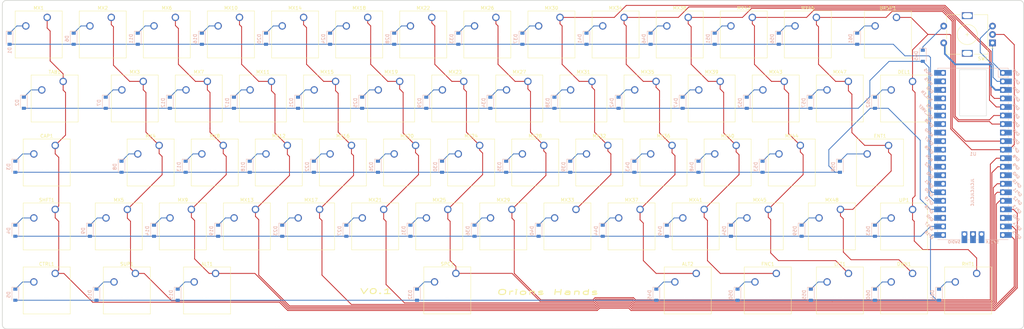
<source format=kicad_pcb>
(kicad_pcb (version 20211014) (generator pcbnew)
  (title_block (title "Orions Hands") (date "2022-10-08") (rev "1.0") (company "Aleksas Girenas"))
  (layers (0 "F.Cu" signal) (31 "B.Cu" signal) (34 "B.Paste" user) (35 "F.Paste" user) (36 "B.SilkS" user "B.Silkscreen") (37 "F.SilkS" user "F.Silkscreen") (38 "B.Mask" user) (39 "F.Mask" user) (44 "Edge.Cuts" user))
  (net 0 "")
  (net 1 "COL_2")
  (net 2 "Net-(ALT1-Pad2)")
  (net 3 "COL_9")
  (net 4 "Net-(ALT2-Pad2)")
  (net 5 "COL_13")
  (net 6 "Net-(BKSP1-Pad2)")
  (net 7 "COL_0")
  (net 8 "Net-(CAP1-Pad2)")
  (net 9 "Net-(CTRL1-Pad2)")
  (net 10 "ROW_0")
  (net 11 "Net-(D1-Pad1)")
  (net 12 "ROW_1")
  (net 13 "Net-(D2-Pad1)")
  (net 14 "ROW_2")
  (net 15 "ROW_3")
  (net 16 "Net-(D4-Pad1)")
  (net 17 "ROW_4")
  (net 18 "Net-(D6-Pad1)")
  (net 19 "Net-(D7-Pad1)")
  (net 20 "Net-(D8-Pad1)")
  (net 21 "Net-(D9-Pad1)")
  (net 22 "Net-(D10-Pad1)")
  (net 23 "Net-(D11-Pad1)")
  (net 24 "Net-(D12-Pad1)")
  (net 25 "Net-(D13-Pad1)")
  (net 26 "Net-(D14-Pad1)")
  (net 27 "Net-(D16-Pad1)")
  (net 28 "Net-(D17-Pad1)")
  (net 29 "Net-(D18-Pad1)")
  (net 30 "Net-(D19-Pad1)")
  (net 31 "Net-(D20-Pad1)")
  (net 32 "Net-(D21-Pad1)")
  (net 33 "Net-(D22-Pad1)")
  (net 34 "Net-(D23-Pad1)")
  (net 35 "Net-(D24-Pad1)")
  (net 36 "Net-(D25-Pad1)")
  (net 37 "Net-(D26-Pad1)")
  (net 38 "Net-(D27-Pad1)")
  (net 39 "Net-(D28-Pad1)")
  (net 40 "Net-(D29-Pad1)")
  (net 41 "Net-(D30-Pad1)")
  (net 42 "Net-(D31-Pad1)")
  (net 43 "Net-(D32-Pad1)")
  (net 44 "Net-(D33-Pad1)")
  (net 45 "Net-(D34-Pad1)")
  (net 46 "Net-(D35-Pad1)")
  (net 47 "Net-(D36-Pad1)")
  (net 48 "Net-(D37-Pad1)")
  (net 49 "Net-(D38-Pad1)")
  (net 50 "Net-(D39-Pad1)")
  (net 51 "Net-(D40-Pad1)")
  (net 52 "Net-(D41-Pad1)")
  (net 53 "Net-(D42-Pad1)")
  (net 54 "Net-(D43-Pad1)")
  (net 55 "Net-(D44-Pad1)")
  (net 56 "Net-(D46-Pad1)")
  (net 57 "Net-(D47-Pad1)")
  (net 58 "Net-(D48-Pad1)")
  (net 59 "Net-(D49-Pad1)")
  (net 60 "Net-(D50-Pad1)")
  (net 61 "Net-(D51-Pad1)")
  (net 62 "Net-(D52-Pad1)")
  (net 63 "Net-(D53-Pad1)")
  (net 64 "Net-(D54-Pad1)")
  (net 65 "Net-(D55-Pad1)")
  (net 66 "Net-(D56-Pad1)")
  (net 67 "Net-(D57-Pad1)")
  (net 68 "Net-(D58-Pad1)")
  (net 69 "Net-(D59-Pad1)")
  (net 70 "Net-(D60-Pad1)")
  (net 71 "Net-(D62-Pad1)")
  (net 72 "Net-(D63-Pad1)")
  (net 73 "Net-(D64-Pad1)")
  (net 74 "Net-(D65-Pad1)")
  (net 75 "COL_12")
  (net 76 "COL_10")
  (net 77 "COL_11")
  (net 78 "COL_1")
  (net 79 "COL_3")
  (net 80 "COL_4")
  (net 81 "COL_5")
  (net 82 "COL_6")
  (net 83 "COL_7")
  (net 84 "COL_8")
  (net 85 "GND")
  (net 86 "DT")
  (net 87 "CLK")
  (footprint "Button_Switch_Keyboard:SW_Cherry_MX_1.00u_PCB" (layer "F.Cu") (at 228.219 146.041)
    (fp_text reference "MX28")
    (fp_text value "MX-NoLED")
  )
  (footprint "Button_Switch_Keyboard:SW_Cherry_MX_1.25u_PCB" (layer "F.Cu") (at 130.683 184.15)
    (fp_text reference "ALT1")
    (fp_text value "MX-NoLED")
  )
  (footprint "Button_Switch_Keyboard:SW_Cherry_MX_1.00u_PCB" (layer "F.Cu") (at 337.82 127)
    (fp_text reference "DEL1")
    (fp_text value "MX-NoLED")
  )
  (footprint "Button_Switch_Keyboard:SW_Cherry_MX_1.00u_PCB" (layer "F.Cu") (at 247.269 146.041)
    (fp_text reference "MX32")
    (fp_text value "MX-NoLED")
  )
  (footprint "Button_Switch_Keyboard:SW_Cherry_MX_1.25u_PCB" (layer "F.Cu") (at 106.8578 184.15)
    (fp_text reference "SUP1")
    (fp_text value "MX-NoLED")
  )
  (footprint "Button_Switch_Keyboard:SW_Cherry_MX_1.00u_PCB" (layer "F.Cu") (at 309.245 107.95)
    (fp_text reference "MX46")
    (fp_text value "MX-NoLED")
  )
  (footprint "Button_Switch_Keyboard:SW_Cherry_MX_1.00u_PCB" (layer "F.Cu") (at 299.6946 126.991)
    (fp_text reference "MX43")
    (fp_text value "MX-NoLED")
  )
  (footprint "Button_Switch_Keyboard:SW_Cherry_MX_1.00u_PCB" (layer "F.Cu") (at 337.82 184.15)
    (fp_text reference "DWN1")
    (fp_text value "MX-NoLED")
  )
  (footprint "Button_Switch_Keyboard:SW_Cherry_MX_1.00u_PCB" (layer "F.Cu") (at 152.019 146.041)
    (fp_text reference "MX12")
    (fp_text value "MX-NoLED")
  )
  (footprint "Button_Switch_Keyboard:SW_Cherry_MX_1.00u_PCB" (layer "F.Cu") (at 237.7948 165.091)
    (fp_text reference "MX33")
    (fp_text value "MX-NoLED")
  )
  (footprint "Button_Switch_Keyboard:SW_Cherry_MX_1.25u_PCB" (layer "F.Cu") (at 297.3324 184.15)
    (fp_text reference "FNC1")
    (fp_text value "MX-NoLED")
  )
  (footprint "Button_Switch_Keyboard:SW_Cherry_MX_1.00u_PCB" (layer "F.Cu") (at 218.7448 165.091)
    (fp_text reference "MX29")
    (fp_text value "MX-NoLED")
  )
  (footprint "Button_Switch_Keyboard:SW_Cherry_MX_1.00u_PCB" (layer "F.Cu") (at 132.969 146.041)
    (fp_text reference "MX8")
    (fp_text value "MX-NoLED")
  )
  (footprint "Button_Switch_Keyboard:SW_Cherry_MX_1.00u_PCB" (layer "F.Cu") (at 223.4946 126.991)
    (fp_text reference "MX27")
    (fp_text value "MX-NoLED")
  )
  (footprint "Button_Switch_Keyboard:SW_Cherry_MX_1.00u_PCB" (layer "F.Cu") (at 204.4446 126.991)
    (fp_text reference "MX23")
    (fp_text value "MX-NoLED")
  )
  (footprint "Button_Switch_Keyboard:SW_Cherry_MX_1.00u_PCB" (layer "F.Cu") (at 156.845 107.95)
    (fp_text reference "MX14")
    (fp_text value "MX-NoLED")
  )
  (footprint "Button_Switch_Keyboard:SW_Cherry_MX_1.00u_PCB" (layer "F.Cu") (at 171.069 146.041)
    (fp_text reference "MX16")
    (fp_text value "MX-NoLED")
  )
  (footprint "Button_Switch_Keyboard:SW_Cherry_MX_1.25u_PCB" (layer "F.Cu") (at 316.3824 165.091)
    (fp_text reference "MX48")
    (fp_text value "MX-NoLED")
  )
  (footprint "Button_Switch_Keyboard:SW_Cherry_MX_1.25u_PCB" (layer "F.Cu") (at 83.0326 165.1)
    (fp_text reference "SHFT1")
    (fp_text value "MX-NoLED")
  )
  (footprint "Button_Switch_Keyboard:SW_Cherry_MX_1.00u_PCB" (layer "F.Cu") (at 271.145 107.95)
    (fp_text reference "MX38")
    (fp_text value "MX-NoLED")
  )
  (footprint "Button_Switch_Keyboard:SW_Cherry_MX_1.00u_PCB" (layer "F.Cu") (at 142.5448 165.091)
    (fp_text reference "MX13")
    (fp_text value "MX-NoLED")
  )
  (footprint "Button_Switch_Keyboard:SW_Cherry_MX_1.00u_PCB" (layer "F.Cu") (at 213.995 107.95)
    (fp_text reference "MX26")
    (fp_text value "MX-NoLED")
  )
  (footprint "Rotary_Encoder:RotaryEncoder_Alps_EC11E-Switch_Vertical_H20mm" (layer "F.Cu") (at 354.08 113.03 180)
    (fp_text reference "SW1")
    (fp_text value "RotaryEncoder_Switch")
  )
  (footprint "Button_Switch_Keyboard:SW_Cherry_MX_1.00u_PCB" (layer "F.Cu") (at 233.045 107.95)
    (fp_text reference "MX30")
    (fp_text value "MX-NoLED")
  )
  (footprint "Button_Switch_Keyboard:SW_Cherry_MX_1.50u_PCB" (layer "F.Cu") (at 85.3948 127)
    (fp_text reference "TAB1")
    (fp_text value "MX-NoLED")
  )
  (footprint "Button_Switch_Keyboard:SW_Cherry_MX_1.00u_PCB" (layer "F.Cu") (at 118.745 107.941)
    (fp_text reference "MX6")
    (fp_text value "MX-NoLED")
  )
  (footprint "Button_Switch_Keyboard:SW_Cherry_MX_1.00u_PCB" (layer "F.Cu") (at 252.095 107.95)
    (fp_text reference "MX34")
    (fp_text value "MX-NoLED")
  )
  (footprint "Button_Switch_Keyboard:SW_Cherry_MX_1.00u_PCB" (layer "F.Cu") (at 137.795 107.941)
    (fp_text reference "MX10")
    (fp_text value "MX-NoLED")
  )
  (footprint "Button_Switch_Keyboard:SW_Cherry_MX_1.00u_PCB" (layer "F.Cu") (at 318.7446 126.991)
    (fp_text reference "MX47")
    (fp_text value "MX-NoLED")
  )
  (footprint "Button_Switch_Keyboard:SW_Cherry_MX_1.00u_PCB" (layer "F.Cu") (at 356.87 184.15)
    (fp_text reference "RHT1")
    (fp_text value "MX-NoLED")
  )
  (footprint "Button_Switch_Keyboard:SW_Cherry_MX_1.00u_PCB" (layer "F.Cu") (at 113.919 146.041)
    (fp_text reference "MX4")
    (fp_text value "MX-NoLED")
  )
  (footprint "Button_Switch_Keyboard:SW_Cherry_MX_1.00u_PCB" (layer "F.Cu") (at 209.169 146.041)
    (fp_text reference "MX24")
    (fp_text value "MX-NoLED")
  )
  (footprint "Button_Switch_Keyboard:SW_Cherry_MX_1.25u_PCB" (layer "F.Cu") (at 83.0326 184.15)
    (fp_text reference "CTRL1")
    (fp_text value "MX-NoLED")
  )
  (footprint "Button_Switch_Keyboard:SW_Cherry_MX_1.00u_PCB" (layer "F.Cu") (at 147.2946 126.991)
    (fp_text reference "MX11")
    (fp_text value "MX-NoLED")
  )
  (footprint "Button_Switch_Keyboard:SW_Cherry_MX_1.50u_PCB" (layer "F.Cu") (at 333.0448 107.95)
    (fp_text reference "BKSP1")
    (fp_text value "MX-NoLED")
  )
  (footprint "Button_Switch_Keyboard:SW_Cherry_MX_1.25u_PCB" (layer "F.Cu") (at 273.5326 184.15)
    (fp_text reference "ALT2")
    (fp_text value "MX-NoLED")
  )
  (footprint "Button_Switch_Keyboard:SW_Cherry_MX_1.00u_PCB" (layer "F.Cu") (at 275.8948 165.091)
    (fp_text reference "MX41")
    (fp_text value "MX-NoLED")
  )
  (footprint "Button_Switch_Keyboard:SW_Cherry_MX_6.25u_PCB" (layer "F.Cu") (at 202.1078 184.1348)
    (fp_text reference "SPC1")
    (fp_text value "MX-NoLED")
  )
  (footprint "Button_Switch_Keyboard:SW_Cherry_MX_1.00u_PCB" (layer "F.Cu") (at 175.895 107.95)
    (fp_text reference "MX18")
    (fp_text value "MX-NoLED")
  )
  (footprint "Button_Switch_Keyboard:SW_Cherry_MX_1.00u_PCB" (layer "F.Cu") (at 266.3444 146.041)
    (fp_text reference "MX36")
    (fp_text value "MX-NoLED")
  )
  (footprint "Button_Switch_Keyboard:SW_Cherry_MX_1.00u_PCB" (layer "F.Cu") (at 199.6948 165.091)
    (fp_text reference "MX25")
    (fp_text value "MX-NoLED")
  )
  (footprint "Button_Switch_Keyboard:SW_Cherry_MX_1.75u_PCB" (layer "F.Cu") (at 330.6826 146.05)
    (fp_text reference "ENT1")
    (fp_text value "MX-NoLED")
  )
  (footprint "Button_Switch_Keyboard:SW_Cherry_MX_1.00u_PCB" (layer "F.Cu") (at 99.695 107.95)
    (fp_text reference "MX2")
    (fp_text value "MX-NoLED")
  )
  (footprint "Button_Switch_Keyboard:SW_Cherry_MX_1.00u_PCB" (layer "F.Cu") (at 166.3446 126.991)
    (fp_text reference "MX15")
    (fp_text value "MX-NoLED")
  )
  (footprint "Button_Switch_Keyboard:SW_Cherry_MX_1.25u_PCB" (layer "F.Cu") (at 83.0326 146.05)
    (fp_text reference "CAP1")
    (fp_text value "MX-NoLED")
  )
  (footprint "Button_Switch_Keyboard:SW_Cherry_MX_1.00u_PCB" (layer "F.Cu") (at 337.82 165.1164)
    (fp_text reference "UP1")
    (fp_text value "MX-NoLED")
  )
  (footprint "Button_Switch_Keyboard:SW_Cherry_MX_1.00u_PCB" (layer "F.Cu") (at 242.5446 126.991)
    (fp_text reference "MX31")
    (fp_text value "MX-NoLED")
  )
  (footprint "Button_Switch_Keyboard:SW_Cherry_MX_1.00u_PCB" (layer "F.Cu") (at 261.5946 126.991)
    (fp_text reference "MX35")
    (fp_text value "MX-NoLED")
  )
  (footprint "Button_Switch_Keyboard:SW_Cherry_MX_1.00u_PCB" (layer "F.Cu") (at 104.4702 165.1)
    (fp_text reference "MX5")
    (fp_text value "MX-NoLED")
  )
  (footprint "Button_Switch_Keyboard:SW_Cherry_MX_1.00u_PCB" (layer "F.Cu") (at 290.195 107.95)
    (fp_text reference "MX42")
    (fp_text value "MX-NoLED")
  )
  (footprint "Button_Switch_Keyboard:SW_Cherry_MX_1.00u_PCB" (layer "F.Cu") (at 285.3944 146.041)
    (fp_text reference "MX40")
    (fp_text value "MX-NoLED")
  )
  (footprint "Button_Switch_Keyboard:SW_Cherry_MX_1.00u_PCB" (layer "F.Cu") (at 128.2446 126.991)
    (fp_text reference "MX7")
    (fp_text value "MX-NoLED")
  )
  (footprint "Button_Switch_Keyboard:SW_Cherry_MX_1.00u_PCB" (layer "F.Cu") (at 194.945 107.95)
    (fp_text reference "MX22")
    (fp_text value "MX-NoLED")
  )
  (footprint "Button_Switch_Keyboard:SW_Cherry_MX_1.00u_PCB" (layer "F.Cu") (at 185.3946 126.991)
    (fp_text reference "MX19")
    (fp_text value "MX-NoLED")
  )
  (footprint "Button_Switch_Keyboard:SW_Cherry_MX_1.00u_PCB" (layer "F.Cu") (at 256.8448 165.091)
    (fp_text reference "MX37")
    (fp_text value "MX-NoLED")
  )
  (footprint "Button_Switch_Keyboard:SW_Cherry_MX_1.00u_PCB" (layer "F.Cu") (at 161.5948 165.091)
    (fp_text reference "MX17")
    (fp_text value "MX-NoLED")
  )
  (footprint "Button_Switch_Keyboard:SW_Cherry_MX_1.00u_PCB" (layer "F.Cu") (at 280.6446 126.991)
    (fp_text reference "MX39")
    (fp_text value "MX-NoLED")
  )
  (footprint "Button_Switch_Keyboard:SW_Cherry_MX_1.00u_PCB" (layer "F.Cu") (at 190.119 146.041)
    (fp_text reference "MX20")
    (fp_text value "MX-NoLED")
  )
  (footprint "Button_Switch_Keyboard:SW_Cherry_MX_1.00u_PCB" (layer "F.Cu") (at 109.1946 126.991)
    (fp_text reference "MX3")
    (fp_text value "MX-NoLED")
  )
  (footprint "Button_Switch_Keyboard:SW_Cherry_MX_1.00u_PCB" (layer "F.Cu") (at 180.6448 165.091)
    (fp_text reference "MX21")
    (fp_text value "MX-NoLED")
  )
  (footprint "Button_Switch_Keyboard:SW_Cherry_MX_1.00u_PCB" (layer "F.Cu") (at 294.9448 165.091)
    (fp_text reference "MX45")
    (fp_text value "MX-NoLED")
  )
  (footprint "Button_Switch_Keyboard:SW_Cherry_MX_1.00u_PCB" (layer "F.Cu") (at 80.645 107.95)
    (fp_text reference "MX1")
    (fp_text value "MX-NoLED")
  )
  (footprint "Button_Switch_Keyboard:SW_Cherry_MX_1.00u_PCB" (layer "F.Cu") (at 318.77 184.15)
    (fp_text reference "LFT1")
    (fp_text value "MX-NoLED")
  )
  (footprint "Button_Switch_Keyboard:SW_Cherry_MX_1.00u_PCB" (layer "F.Cu") (at 123.4948 165.091)
    (fp_text reference "MX9")
    (fp_text value "MX-NoLED")
  )
  (footprint "Button_Switch_Keyboard:SW_Cherry_MX_1.00u_PCB" (layer "F.Cu") (at 304.4698 146.041)
    (fp_text reference "MX44")
    (fp_text value "MX-NoLED")
  )
  (footprint "Diode_SMD:D_SOD-123" (layer "B.Cu") (at 304.8508 171.441 -90)
    (fp_text reference "D59")
    (fp_text value "D_Small")
  )
  (footprint "Diode_SMD:D_SOD-123" (layer "B.Cu") (at 93.345 171.45 -90)
    (fp_text reference "D9")
    (fp_text value "D_Small")
  )
  (footprint "Diode_SMD:D_SOD-123" (layer "B.Cu") (at 259.969 114.3 -90)
    (fp_text reference "D46")
    (fp_text value "D_Small")
  )
  (footprint "Diode_SMD:D_SOD-123" (layer "B.Cu") (at 269.494 133.35 -90)
    (fp_text reference "D47")
    (fp_text value "D_Small")
  )
  (footprint "Diode_SMD:D_SOD-123" (layer "B.Cu") (at 98.044 133.35 -90)
    (fp_text reference "D7")
    (fp_text value "D_Small")
  )
  (footprint "Diode_SMD:D_SOD-123" (layer "B.Cu") (at 126.619 114.3 -90)
    (fp_text reference "D16")
    (fp_text value "D_Small")
  )
  (footprint "Diode_SMD:D_SOD-123" (layer "B.Cu") (at 155.194 133.35 -90)
    (fp_text reference "D21")
    (fp_text value "D_Small")
  )
  (footprint "Diode_SMD:D_SOD-123" (layer "B.Cu") (at 326.644 171.45 -90)
    (fp_text reference "D63")
    (fp_text value "D_Small")
  )
  (footprint "Diode_SMD:D_SOD-123" (layer "B.Cu") (at 112.395 171.45 -90)
    (fp_text reference "D14")
    (fp_text value "D_Small")
  )
  (footprint "Diode_SMD:D_SOD-123" (layer "B.Cu") (at 340.868 119.371 -90)
    (fp_text reference "D65")
    (fp_text value "D_Small")
  )
  (footprint "Diode_SMD:D_SOD-123" (layer "B.Cu") (at 236.093 152.4 -90)
    (fp_text reference "D39")
    (fp_text value "D_Small")
  )
  (footprint "Diode_SMD:D_SOD-123" (layer "B.Cu") (at 164.719 114.3 -90)
    (fp_text reference "D24")
    (fp_text value "D_Small")
  )
  (footprint "Diode_SMD:D_SOD-123" (layer "B.Cu") (at 264.795 171.45 -90)
    (fp_text reference "D49")
    (fp_text value "D_Small")
  )
  (footprint "Diode_SMD:D_SOD-123" (layer "B.Cu") (at 285.8008 190.491 -90)
    (fp_text reference "D50")
    (fp_text value "D_Small")
  )
  (footprint "Diode_SMD:D_SOD-123" (layer "B.Cu") (at 217.043 152.4 -90)
    (fp_text reference "D35")
    (fp_text value "D_Small")
  )
  (footprint "Diode_SMD:D_SOD-123" (layer "B.Cu") (at 279.019 114.3 -90)
    (fp_text reference "D51")
    (fp_text value "D_Small")
  )
  (footprint "Diode_SMD:D_SOD-123" (layer "B.Cu") (at 140.843 152.4 -90)
    (fp_text reference "D18")
    (fp_text value "D_Small")
  )
  (footprint "Diode_SMD:D_SOD-123" (layer "B.Cu") (at 159.893 152.4 -90)
    (fp_text reference "D22")
    (fp_text value "D_Small")
  )
  (footprint "Diode_SMD:D_SOD-123" (layer "B.Cu") (at 71.1708 171.441 -90)
    (fp_text reference "D4")
    (fp_text value "D_Small")
  )
  (footprint "Diode_SMD:D_SOD-123" (layer "B.Cu") (at 197.993 152.4 -90)
    (fp_text reference "D30")
    (fp_text value "D_Small")
  )
  (footprint "Diode_SMD:D_SOD-123" (layer "B.Cu") (at 212.344 133.35 -90)
    (fp_text reference "D34")
    (fp_text value "D_Small")
  )
  (footprint "Diode_SMD:D_SOD-123" (layer "B.Cu") (at 117.094 133.35 -90)
    (fp_text reference "D12")
    (fp_text value "D_Small")
  )
  (footprint "Diode_SMD:D_SOD-123" (layer "B.Cu") (at 73.7108 133.341 -90)
    (fp_text reference "D2")
    (fp_text value "D_Small")
  )
  (footprint "Diode_SMD:D_SOD-123" (layer "B.Cu") (at 245.745 171.45 -90)
    (fp_text reference "D44")
    (fp_text value "D_Small")
  )
  (footprint "Diode_SMD:D_SOD-123" (layer "B.Cu") (at 202.819 114.3 -90)
    (fp_text reference "D33")
    (fp_text value "D_Small")
  )
  (footprint "Diode_SMD:D_SOD-123" (layer "B.Cu") (at 288.544 133.35 -90)
    (fp_text reference "D52")
    (fp_text value "D_Small")
  )
  (footprint "Diode_SMD:D_SOD-123" (layer "B.Cu") (at 316.23 152.391 -90)
    (fp_text reference "D58")
    (fp_text value "D_Small")
  )
  (footprint "Diode_SMD:D_SOD-123" (layer "B.Cu") (at 283.845 171.45 -90)
    (fp_text reference "D54")
    (fp_text value "D_Small")
  )
  (footprint "Diode_SMD:D_SOD-123" (layer "B.Cu") (at 178.943 152.4 -90)
    (fp_text reference "D26")
    (fp_text value "D_Small")
  )
  (footprint "Diode_SMD:D_SOD-123" (layer "B.Cu") (at 183.769 114.3 -90)
    (fp_text reference "D28")
    (fp_text value "D_Small")
  )
  (footprint "Diode_SMD:D_SOD-123" (layer "B.Cu") (at 169.545 171.45 -90)
    (fp_text reference "D27")
    (fp_text value "D_Small")
  )
  (footprint "Diode_SMD:D_SOD-123" (layer "B.Cu") (at 307.594 190.5 -90)
    (fp_text reference "D55")
    (fp_text value "D_Small")
  )
  (footprint "Diode_SMD:D_SOD-123" (layer "B.Cu") (at 145.669 114.3 -90)
    (fp_text reference "D20")
    (fp_text value "D_Small")
  )
  (footprint "Diode_SMD:D_SOD-123" (layer "B.Cu") (at 136.144 133.35 -90)
    (fp_text reference "D17")
    (fp_text value "D_Small")
  )
  (footprint "Diode_SMD:D_SOD-123" (layer "B.Cu") (at 193.294 133.35 -90)
    (fp_text reference "D29")
    (fp_text value "D_Small")
  )
  (footprint "Diode_SMD:D_SOD-123" (layer "B.Cu") (at 190.5508 190.491 -90)
    (fp_text reference "D32")
    (fp_text value "D_Small")
  )
  (footprint "Diode_SMD:D_SOD-123" (layer "B.Cu") (at 231.394 133.35 -90)
    (fp_text reference "D38")
    (fp_text value "D_Small")
  )
  (footprint "Diode_SMD:D_SOD-123" (layer "B.Cu") (at 240.919 114.3 -90)
    (fp_text reference "D41")
    (fp_text value "D_Small")
  )
  (footprint "Diode_SMD:D_SOD-123" (layer "B.Cu") (at 261.6708 190.491 -90)
    (fp_text reference "D45")
    (fp_text value "D_Small")
  )
  (footprint "Diode_SMD:D_SOD-123" (layer "B.Cu") (at 274.193 152.4 -90)
    (fp_text reference "D48")
    (fp_text value "D_Small")
  )
  (footprint "Diode_SMD:D_SOD-123" (layer "B.Cu") (at 174.244 133.35 -90)
    (fp_text reference "D25")
    (fp_text value "D_Small")
  )
  (footprint "Diode_SMD:D_SOD-123" (layer "B.Cu") (at 71.1708 152.391 -90)
    (fp_text reference "D3")
    (fp_text value "D_Small")
  )
  (footprint "Diode_SMD:D_SOD-123" (layer "B.Cu") (at 102.743 152.4 -90)
    (fp_text reference "D8")
    (fp_text value "D_Small")
  )
  (footprint "Diode_SMD:D_SOD-123" (layer "B.Cu") (at 326.644 190.5 -90)
    (fp_text reference "D60")
    (fp_text value "D_Small")
  )
  (footprint "MCU_RaspberryPi_and_Boards:RPi_Pico_SMD_TH" (layer "B.Cu") (at 355.7778 148.581 180)
    (fp_text reference "U1")
    (fp_text value "Pico")
    (fp_rect (start -4 25.1) (end 4 11.325) (layer "Edge.Cuts") (width 0.12) (fill none))
  )
  (footprint "Diode_SMD:D_SOD-123" (layer "B.Cu") (at 307.467 133.35 -90)
    (fp_text reference "D57")
    (fp_text value "D_Small")
  )
  (footprint "Diode_SMD:D_SOD-123" (layer "B.Cu") (at 207.645 171.45 -90)
    (fp_text reference "D36")
    (fp_text value "D_Small")
  )
  (footprint "Diode_SMD:D_SOD-123" (layer "B.Cu") (at 255.143 152.4 -90)
    (fp_text reference "D43")
    (fp_text value "D_Small")
  )
  (footprint "Diode_SMD:D_SOD-123" (layer "B.Cu") (at 250.444 133.35 -90)
    (fp_text reference "D42")
    (fp_text value "D_Small")
  )
  (footprint "Diode_SMD:D_SOD-123" (layer "B.Cu") (at 131.445 171.45 -90)
    (fp_text reference "D19")
    (fp_text value "D_Small")
  )
  (footprint "Diode_SMD:D_SOD-123" (layer "B.Cu") (at 71.1708 190.491 -90)
    (fp_text reference "D5")
    (fp_text value "D_Small")
  )
  (footprint "Diode_SMD:D_SOD-123" (layer "B.Cu") (at 326.644 133.35 -90)
    (fp_text reference "D62")
    (fp_text value "D_Small")
  )
  (footprint "Diode_SMD:D_SOD-123" (layer "B.Cu") (at 88.519 114.3 -90)
    (fp_text reference "D6")
    (fp_text value "D_Small")
  )
  (footprint "Diode_SMD:D_SOD-123" (layer "B.Cu") (at 221.869 114.3 -90)
    (fp_text reference "D37")
    (fp_text value "D_Small")
  )
  (footprint "Diode_SMD:D_SOD-123" (layer "B.Cu") (at 321.3608 114.291 -90)
    (fp_text reference "D61")
    (fp_text value "D_Small")
  )
  (footprint "Diode_SMD:D_SOD-123" (layer "B.Cu") (at 69.469 114.3 -90)
    (fp_text reference "D1")
    (fp_text value "D_Small")
  )
  (footprint "Diode_SMD:D_SOD-123" (layer "B.Cu") (at 119.4308 190.491 -90)
    (fp_text reference "D15")
    (fp_text value "D_Small")
  )
  (footprint "Diode_SMD:D_SOD-123" (layer "B.Cu") (at 121.793 152.4 -90)
    (fp_text reference "D13")
    (fp_text value "D_Small")
  )
  (footprint "Diode_SMD:D_SOD-123" (layer "B.Cu") (at 345.694 190.5 -90)
    (fp_text reference "D64")
    (fp_text value "D_Small")
  )
  (footprint "Diode_SMD:D_SOD-123" (layer "B.Cu") (at 188.595 171.45 -90)
    (fp_text reference "D31")
    (fp_text value "D_Small")
  )
  (footprint "Diode_SMD:D_SOD-123" (layer "B.Cu") (at 298.069 114.3 -90)
    (fp_text reference "D56")
    (fp_text value "D_Small")
  )
  (footprint "Diode_SMD:D_SOD-123" (layer "B.Cu") (at 150.495 171.45 -90)
    (fp_text reference "D23")
    (fp_text value "D_Small")
  )
  (footprint "Diode_SMD:D_SOD-123" (layer "B.Cu") (at 95.3008 190.491 -90)
    (fp_text reference "D10")
    (fp_text value "D_Small")
  )
  (footprint "Diode_SMD:D_SOD-123" (layer "B.Cu") (at 226.695 171.45 -90)
    (fp_text reference "D40")
    (fp_text value "D_Small")
  )
  (footprint "Diode_SMD:D_SOD-123" (layer "B.Cu") (at 107.569 114.3 -90)
    (fp_text reference "D11")
    (fp_text value "D_Small")
  )
  (footprint "Diode_SMD:D_SOD-123" (layer "B.Cu") (at 293.243 152.4 -90)
    (fp_text reference "D53")
    (fp_text value "D_Small")
  )
  (gr_arc (start 369.57 102.87) (mid 370.468026 103.241974) (end 370.84 104.14) (layer "Edge.Cuts") (width 0.2))
  (gr_line (start 369.57 200.66) (end 68.58 200.66) (layer "Edge.Cuts") (width 0.2))
  (gr_line (start 67.31 199.39) (end 67.31 104.14) (layer "Edge.Cuts") (width 0.2))
  (gr_arc (start 68.58 200.66) (mid 67.681974 200.288026) (end 67.31 199.39) (layer "Edge.Cuts") (width 0.2))
  (gr_arc (start 67.31 104.14) (mid 67.681974 103.241974) (end 68.58 102.87) (layer "Edge.Cuts") (width 0.2))
  (gr_line (start 370.84 104.14) (end 370.84 199.39) (layer "Edge.Cuts") (width 0.2))
  (gr_arc (start 370.84 199.39) (mid 370.468026 200.288026) (end 369.57 200.66) (layer "Edge.Cuts") (width 0.2))
  (gr_line (start 68.58 102.87) (end 369.57 102.87) (layer "Edge.Cuts") (width 0.2))
  (gr_text "JLCJLCJLCJLC" (at 355.6 160.02 90) (layer "B.SilkS") (effects (font (size 0.8 0.8)) (justify mirror)))
  (gr_text "V0.1" (at 178.308 189.484) (layer "F.SilkS") (effects (font (size 1.5 3) (thickness 0.3) italic)))
  (gr_text "Orions Hands" (at 229.362 189.738) (layer "F.SilkS") (effects (font (size 1.5 3) (thickness 0.3) italic)))
  (segment (start 118.745 110.363) (end 119.634 111.252) (width 0.25) (layer "F.Cu") (net 1))
  (segment (start 123.4948 167.4368) (end 124.46 168.402) (width 0.25) (layer "F.Cu") (net 1))
  (segment (start 128.2446 129.5146) (end 129.032 130.302) (width 0.25) (layer "F.Cu") (net 1))
  (segment (start 129.032 130.302) (end 129.032 140.97) (width 0.25) (layer "F.Cu") (net 1))
  (segment (start 133.858 154.7278) (end 123.4948 165.091) (width 0.25) (layer "F.Cu") (net 1))
  (segment (start 368.046 188.09398) (end 368.046 173.99) (width 0.25) (layer "F.Cu") (net 1))
  (segment (start 129.032 142.104) (end 129.032 140.97) (width 0.25) (layer "F.Cu") (net 1))
  (segment (start 254.600396 194.274) (end 361.86598 194.274) (width 0.25) (layer "F.Cu") (net 1))
  (segment (start 128.778 184.15) (end 130.683 184.15) (width 0.25) (layer "F.Cu") (net 1))
  (segment (start 361.86598 194.274) (end 368.046 188.09398) (width 0.25) (layer "F.Cu") (net 1))
  (segment (start 124.46 179.832) (end 128.778 184.15) (width 0.25) (layer "F.Cu") (net 1))
  (segment (start 124.714 127) (end 124.723 126.991) (width 0.25) (layer "F.Cu") (net 1))
  (segment (start 123.4948 165.091) (end 123.4948 167.4368) (width 0.25) (layer "F.Cu") (net 1))
  (segment (start 124.723 126.991) (end 128.2446 126.991) (width 0.25) (layer "F.Cu") (net 1))
  (segment (start 132.969 146.041) (end 132.969 148.463) (width 0.25) (layer "F.Cu") (net 1))
  (segment (start 132.969 148.463) (end 133.858 149.352) (width 0.25) (layer "F.Cu") (net 1))
  (segment (start 152.489604 194.274) (end 243.747604 194.274) (width 0.25) (layer "F.Cu") (net 1))
  (segment (start 243.747604 194.274) (end 244.415604 193.606) (width 0.25) (layer "F.Cu") (net 1))
  (segment (start 119.634 121.92) (end 124.714 127) (width 0.25) (layer "F.Cu") (net 1))
  (segment (start 142.365604 184.15) (end 152.489604 194.274) (width 0.25) (layer "F.Cu") (net 1))
  (segment (start 253.932396 193.606) (end 254.600396 194.274) (width 0.25) (layer "F.Cu") (net 1))
  (segment (start 124.46 168.402) (end 124.46 179.832) (width 0.25) (layer "F.Cu") (net 1))
  (segment (start 366.767 172.711) (end 364.6678 172.711) (width 0.25) (layer "F.Cu") (net 1))
  (segment (start 128.2446 126.991) (end 128.2446 129.5146) (width 0.25) (layer "F.Cu") (net 1))
  (segment (start 133.858 149.352) (end 133.858 154.7278) (width 0.25) (layer "F.Cu") (net 1))
  (segment (start 132.969 146.041) (end 129.032 142.104) (width 0.25) (layer "F.Cu") (net 1))
  (segment (start 118.745 107.941) (end 118.745 110.363) (width 0.25) (layer "F.Cu") (net 1))
  (segment (start 119.634 111.252) (end 119.634 121.92) (width 0.25) (layer "F.Cu") (net 1))
  (segment (start 368.046 173.99) (end 366.767 172.711) (width 0.25) (layer "F.Cu") (net 1))
  (segment (start 244.415604 193.606) (end 253.932396 193.606) (width 0.25) (layer "F.Cu") (net 1))
  (segment (start 130.683 184.15) (end 142.365604 184.15) (width 0.25) (layer "F.Cu") (net 1))
  (segment (start 121.5818 186.69) (end 119.4308 188.841) (width 0.25) (layer "B.Cu") (net 2))
  (segment (start 124.333 186.69) (end 121.5818 186.69) (width 0.25) (layer "B.Cu") (net 2))
  (segment (start 257.81 180.34) (end 261.62 184.15) (width 0.25) (layer "F.Cu") (net 3))
  (segment (start 347.269188 104.822) (end 271.352 104.822) (width 0.25) (layer "F.Cu") (net 3))
  (segment (start 252.095 109.855) (end 252.73 110.49) (width 0.25) (layer "F.Cu") (net 3))
  (segment (start 261.62 184.15) (end 273.5326 184.15) (width 0.25) (layer "F.Cu") (net 3))
  (segment (start 360.68 118.232812) (end 347.269188 104.822) (width 0.25) (layer "F.Cu") (net 3))
  (segment (start 266.3444 146.041) (end 266.3444 148.2344) (width 0.25) (layer "F.Cu") (net 3))
  (segment (start 266.3444 148.2344) (end 267.208 149.098) (width 0.25) (layer "F.Cu") (net 3))
  (segment (start 252.73 121.92) (end 257.801 126.991) (width 0.25) (layer "F.Cu") (net 3))
  (segment (start 257.81 169.164) (end 257.81 180.34) (width 0.25) (layer "F.Cu") (net 3))
  (segment (start 360.68 132.588) (end 360.68 118.232812) (width 0.25) (layer "F.Cu") (net 3))
  (segment (start 364.6678 134.611) (end 362.703 134.611) (width 0.25) (layer "F.Cu") (net 3))
  (segment (start 256.8448 165.091) (end 256.8448 168.1988) (width 0.25) (layer "F.Cu") (net 3))
  (segment (start 262.636 142.3326) (end 266.3444 146.041) (width 0.25) (layer "F.Cu") (net 3))
  (segment (start 252.73 110.49) (end 252.73 121.92) (width 0.25) (layer "F.Cu") (net 3))
  (segment (start 267.208 149.098) (end 267.208 154.7278) (width 0.25) (layer "F.Cu") (net 3))
  (segment (start 252.095 107.95) (end 252.095 109.855) (width 0.25) (layer "F.Cu") (net 3))
  (segment (start 271.352 104.822) (end 268.224 107.95) (width 0.25) (layer "F.Cu") (net 3))
  (segment (start 257.801 126.991) (end 261.5946 126.991) (width 0.25) (layer "F.Cu") (net 3))
  (segment (start 261.5946 128.7526) (end 262.636 129.794) (width 0.25) (layer "F.Cu") (net 3))
  (segment (start 256.8448 168.1988) (end 257.81 169.164) (width 0.25) (layer "F.Cu") (net 3))
  (segment (start 362.703 134.611) (end 360.68 132.588) (width 0.25) (layer "F.Cu") (net 3))
  (segment (start 262.636 129.794) (end 262.636 142.3326) (width 0.25) (layer "F.Cu") (net 3))
  (segment (start 268.224 107.95) (end 252.095 107.95) (width 0.25) (layer "F.Cu") (net 3))
  (segment (start 261.5946 126.991) (end 261.5946 128.7526) (width 0.25) (layer "F.Cu") (net 3))
  (segment (start 267.208 154.7278) (end 256.8448 165.091) (width 0.25) (layer "F.Cu") (net 3))
  (segment (start 263.8218 186.69) (end 261.6708 188.841) (width 0.25) (layer "B.Cu") (net 4))
  (segment (start 267.1826 186.69) (end 263.8218 186.69) (width 0.25) (layer "B.Cu") (net 4))
  (segment (start 338.328 168.656) (end 338.328 174.498) (width 0.25) (layer "F.Cu") (net 5))
  (segment (start 349.17 113.204) (end 349.17 141.144) (width 0.25) (layer "F.Cu") (net 5))
  (segment (start 338.328 174.498) (end 340.868 177.038) (width 0.25) (layer "F.Cu") (net 5))
  (segment (start 338.582 130.302) (end 338.582 161.036) (width 0.25) (layer "F.Cu") (net 5))
  (segment (start 337.82 165.1164) (end 337.82 168.148) (width 0.25) (layer "F.Cu") (net 5))
  (segment (start 337.82 117.602) (end 342.401 113.021) (width 0.25) (layer "F.Cu") (net 5))
  (segment (start 366.531 147.311) (end 368.046 145.796) (width 0.25) (layer "F.Cu") (net 5))
  (segment (start 354.33 177.038) (end 356.87 179.578) (width 0.25) (layer "F.Cu") (net 5))
  (segment (start 364.6678 147.311) (end 366.531 147.311) (width 0.25) (layer "F.Cu") (net 5))
  (segment (start 337.82 168.148) (end 338.328 168.656) (width 0.25) (layer "F.Cu") (net 5))
  (segment (start 337.33 107.95) (end 342.401 113.021) (width 0.25) (layer "F.Cu") (net 5))
  (segment (start 368.046 145.796) (end 368.046 116.078) (width 0.25) (layer "F.Cu") (net 5))
  (segment (start 364.998 113.03) (end 361.58 113.03) (width 0.25) (layer "F.Cu") (net 5))
  (segment (start 340.868 177.038) (end 354.33 177.038) (width 0.25) (layer "F.Cu") (net 5))
  (segment (start 338.582 161.036) (end 337.82 161.798) (width 0.25) (layer "F.Cu") (net 5))
  (segment (start 349.17 141.144) (end 355.337 147.311) (width 0.25) (layer "F.Cu") (net 5))
  (segment (start 342.401 113.021) (end 348.987 113.021) (width 0.25) (layer "F.Cu") (net 5))
  (segment (start 333.0448 107.95) (end 337.33 107.95) (width 0.25) (layer "F.Cu") (net 5))
  (segment (start 337.82 127) (end 337.82 129.54) (width 0.25) (layer "F.Cu") (net 5))
  (segment (start 337.82 129.54) (end 338.582 130.302) (width 0.25) (layer "F.Cu") (net 5))
  (segment (start 337.82 161.798) (end 337.82 165.1164) (width 0.25) (layer "F.Cu") (net 5))
  (segment (start 355.337 147.311) (end 364.6678 147.311) (width 0.25) (layer "F.Cu") (net 5))
  (segment (start 348.987 113.021) (end 349.17 113.204) (width 0.25) (layer "F.Cu") (net 5))
  (segment (start 356.87 179.578) (end 356.87 184.15) (width 0.25) (layer "F.Cu") (net 5))
  (segment (start 368.046 116.078) (end 364.998 113.03) (width 0.25) (layer "F.Cu") (net 5))
  (segment (start 337.82 117.602) (end 337.82 127) (width 0.25) (layer "F.Cu") (net 5))
  (segment (start 326.6948 110.49) (end 323.5118 110.49) (width 0.25) (layer "B.Cu") (net 6))
  (segment (start 323.5118 110.49) (end 321.3608 112.641) (width 0.25) (layer "B.Cu") (net 6))
  (segment (start 367.783 165.091) (end 364.6678 165.091) (width 0.25) (layer "F.Cu") (net 7))
  (segment (start 85.598 184.15) (end 94.177396 192.729396) (width 0.25) (layer "F.Cu") (net 7))
  (segment (start 85.3948 129.5908) (end 86.106 130.302) (width 0.25) (layer "F.Cu") (net 7))
  (segment (start 83.0326 167.6146) (end 84.074 168.656) (width 0.25) (layer "F.Cu") (net 7))
  (segment (start 84.074 168.656) (end 84.074 183.1086) (width 0.25) (layer "F.Cu") (net 7))
  (segment (start 83.0326 184.15) (end 85.598 184.15) (width 0.25) (layer "F.Cu") (net 7))
  (segment (start 85.3948 127) (end 85.3948 129.5908) (width 0.25) (layer "F.Cu") (net 7))
  (segment (start 86.106 142.9766) (end 83.0326 146.05) (width 0.25) (layer "F.Cu") (net 7))
  (segment (start 84.074 149.606) (end 84.074 164.0586) (width 0.25) (layer "F.Cu") (net 7))
  (segment (start 244.120396 195.174) (end 244.788396 194.506) (width 0.25) (layer "F.Cu") (net 7))
  (segment (start 152.116812 195.174) (end 244.120396 195.174) (width 0.25) (layer "F.Cu") (net 7))
  (segment (start 362.238772 195.174) (end 368.946 188.466772) (width 0.25) (layer "F.Cu") (net 7))
  (segment (start 254.16 195.174) (end 362.238772 195.174) (width 0.25) (layer "F.Cu") (net 7))
  (segment (start 81.534 120.904) (end 85.3948 124.7648) (width 0.25) (layer "F.Cu") (net 7))
  (segment (start 85.3948 124.7648) (end 85.3948 127) (width 0.25) (layer "F.Cu") (net 7))
  (segment (start 83.0326 146.05) (end 83.0326 148.5646) (width 0.25) (layer "F.Cu") (net 7))
  (segment (start 368.946 188.466772) (end 368.946 166.254) (width 0.25) (layer "F.Cu") (net 7))
  (segment (start 149.672208 192.729396) (end 152.116812 195.174) (width 0.25) (layer "F.Cu") (net 7))
  (segment (start 83.0326 165.1) (end 83.0326 167.6146) (width 0.25) (layer "F.Cu") (net 7))
  (segment (start 84.074 164.0586) (end 83.0326 165.1) (width 0.25) (layer "F.Cu") (net 7))
  (segment (start 80.645 107.95) (end 80.645 111.125) (width 0.25) (layer "F.Cu") (net 7))
  (segment (start 86.106 130.302) (end 86.106 142.9766) (width 0.25) (layer "F.Cu") (net 7))
  (segment (start 94.177396 192.729396) (end 149.672208 192.729396) (width 0.25) (layer "F.Cu") (net 7))
  (segment (start 83.0326 148.5646) (end 84.074 149.606) (width 0.25) (layer "F.Cu") (net 7))
  (segment (start 244.788396 194.506) (end 253.492 194.506) (width 0.25) (layer "F.Cu") (net 7))
  (segment (start 253.492 194.506) (end 254.16 195.174) (width 0.25) (layer "F.Cu") (net 7))
  (segment (start 84.074 183.1086) (end 83.0326 184.15) (width 0.25) (layer "F.Cu") (net 7))
  (segment (start 80.645 111.125) (end 81.534 112.014) (width 0.25) (layer "F.Cu") (net 7))
  (segment (start 368.946 166.254) (end 367.783 165.091) (width 0.25) (layer "F.Cu") (net 7))
  (segment (start 81.534 112.014) (end 81.534 120.904) (width 0.25) (layer "F.Cu") (net 7))
  (segment (start 76.6826 148.59) (end 73.3218 148.59) (width 0.25) (layer "B.Cu") (net 8))
  (segment (start 73.3218 148.59) (end 71.1708 150.741) (width 0.25) (layer "B.Cu") (net 8))
  (segment (start 73.3218 186.69) (end 71.1708 188.841) (width 0.25) (layer "B.Cu") (net 9))
  (segment (start 76.6826 186.69) (end 73.3218 186.69) (width 0.25) (layer "B.Cu") (net 9))
  (segment (start 342.646 119.38) (end 335.534 119.38) (width 0.25) (layer "B.Cu") (net 10))
  (segment (start 343.154 159.512) (end 343.653 160.011) (width 0.25) (layer "B.Cu") (net 10))
  (segment (start 335.534 119.38) (end 332.095 115.941) (width 0.25) (layer "B.Cu") (net 10))
  (segment (start 332.095 115.941) (end 321.3608 115.941) (width 0.25) (layer "B.Cu") (net 10))
  (segment (start 69.9008 115.941) (end 321.3608 115.941) (width 0.25) (layer "B.Cu") (net 10))
  (segment (start 343.154 119.888) (end 342.646 119.38) (width 0.25) (layer "B.Cu") (net 10))
  (segment (start 343.154 159.512) (end 343.154 119.888) (width 0.25) (layer "B.Cu") (net 10))
  (segment (start 343.653 160.011) (end 346.8878 160.011) (width 0.25) (layer "B.Cu") (net 10))
  (segment (start 71.629 110.49) (end 69.469 112.65) (width 0.25) (layer "B.Cu") (net 11))
  (segment (start 74.295 110.49) (end 71.629 110.49) (width 0.25) (layer "B.Cu") (net 11))
  (segment (start 330.845 121.021) (end 340.868 121.021) (width 0.25) (layer "B.Cu") (net 12))
  (segment (start 342.704 161.094) (end 344.17 162.56) (width 0.25) (layer "B.Cu") (net 12))
  (segment (start 325.12 126.746) (end 330.845 121.021) (width 0.25) (layer "B.Cu") (net 12))
  (segment (start 340.868 121.021) (end 342.704 122.857) (width 0.25) (layer "B.Cu") (net 12))
  (segment (start 307.8988 134.991) (end 321.701 134.991) (width 0.25) (layer "B.Cu") (net 12))
  (segment (start 325.12 131.572) (end 325.12 126.746) (width 0.25) (layer "B.Cu") (net 12))
  (segment (start 321.701 134.991) (end 325.12 131.572) (width 0.25) (layer "B.Cu") (net 12))
  (segment (start 342.704 122.857) (end 342.704 161.094) (width 0.25) (layer "B.Cu") (net 12))
  (segment (start 344.17 162.56) (end 344.179 162.551) (width 0.25) (layer "B.Cu") (net 12))
  (segment (start 73.7108 134.991) (end 307.8988 134.991) (width 0.25) (layer "B.Cu") (net 12))
  (segment (start 344.179 162.551) (end 346.8878 162.551) (width 0.25) (layer "B.Cu") (net 12))
  (segment (start 79.0448 129.54) (end 75.8618 129.54) (width 0.25) (layer "B.Cu") (net 13))
  (segment (start 75.8618 129.54) (end 73.7108 131.691) (width 0.25) (layer "B.Cu") (net 13))
  (segment (start 316.23 154.041) (end 314.823 154.041) (width 0.25) (layer "B.Cu") (net 14))
  (segment (start 343.145 165.091) (end 346.8878 165.091) (width 0.25) (layer "B.Cu") (net 14))
  (segment (start 312.928 152.146) (end 312.928 147.32) (width 0.25) (layer "B.Cu") (net 14))
  (segment (start 325.257 134.991) (end 327.0758 134.991) (width 0.25) (layer "B.Cu") (net 14))
  (segment (start 340.106 144.526) (end 340.106 162.052) (width 0.25) (layer "B.Cu") (net 14))
  (segment (start 340.106 162.052) (end 343.145 165.091) (width 0.25) (layer "B.Cu") (net 14))
  (segment (start 71.1708 154.041) (end 316.23 154.041) (width 0.25) (layer "B.Cu") (net 14))
  (segment (start 330.571 134.991) (end 340.106 144.526) (width 0.25) (layer "B.Cu") (net 14))
  (segment (start 327.0758 134.991) (end 330.571 134.991) (width 0.25) (layer "B.Cu") (net 14))
  (segment (start 314.823 154.041) (end 312.928 152.146) (width 0.25) (layer "B.Cu") (net 14))
  (segment (start 312.928 147.32) (end 325.257 134.991) (width 0.25) (layer "B.Cu") (net 14))
  (segment (start 71.1708 173.091) (end 340.243 173.091) (width 0.25) (layer "B.Cu") (net 15))
  (segment (start 343.163 170.171) (end 346.8878 170.171) (width 0.25) (layer "B.Cu") (net 15))
  (segment (start 340.243 173.091) (end 343.163 170.171) (width 0.25) (layer "B.Cu") (net 15))
  (segment (start 76.6826 167.64) (end 73.3218 167.64) (width 0.25) (layer "B.Cu") (net 16))
  (segment (start 73.3218 167.64) (end 71.1708 169.791) (width 0.25) (layer "B.Cu") (net 16))
  (segment (start 346.1258 192.141) (end 345.049 192.141) (width 0.25) (layer "B.Cu") (net 17))
  (segment (start 343.154 190.246) (end 343.154 173.228) (width 0.25) (layer "B.Cu") (net 17))
  (segment (start 343.154 173.228) (end 343.671 172.711) (width 0.25) (layer "B.Cu") (net 17))
  (segment (start 343.671 172.711) (end 346.8878 172.711) (width 0.25) (layer "B.Cu") (net 17))
  (segment (start 345.049 192.141) (end 343.154 190.246) (width 0.25) (layer "B.Cu") (net 17))
  (segment (start 71.1708 192.141) (end 346.1258 192.141) (width 0.25) (layer "B.Cu") (net 17))
  (segment (start 90.679 110.49) (end 88.519 112.65) (width 0.25) (layer "B.Cu") (net 18))
  (segment (start 93.345 110.49) (end 90.679 110.49) (width 0.25) (layer "B.Cu") (net 18))
  (segment (start 100.213 129.531) (end 98.044 131.7) (width 0.25) (layer "B.Cu") (net 19))
  (segment (start 102.8446 129.531) (end 100.213 129.531) (width 0.25) (layer "B.Cu") (net 19))
  (segment (start 104.912 148.581) (end 102.743 150.75) (width 0.25) (layer "B.Cu") (net 20))
  (segment (start 107.569 148.581) (end 104.912 148.581) (width 0.25) (layer "B.Cu") (net 20))
  (segment (start 98.1202 167.64) (end 95.505 167.64) (width 0.25) (layer "B.Cu") (net 21))
  (segment (start 95.505 167.64) (end 93.345 169.8) (width 0.25) (layer "B.Cu") (net 21))
  (segment (start 97.4518 186.69) (end 95.3008 188.841) (width 0.25) (layer "B.Cu") (net 22))
  (segment (start 100.5078 186.69) (end 97.4518 186.69) (width 0.25) (layer "B.Cu") (net 22))
  (segment (start 109.738 110.481) (end 107.569 112.65) (width 0.25) (layer "B.Cu") (net 23))
  (segment (start 112.395 110.481) (end 109.738 110.481) (width 0.25) (layer "B.Cu") (net 23))
  (segment (start 121.8946 129.531) (end 119.263 129.531) (width 0.25) (layer "B.Cu") (net 24))
  (segment (start 119.263 129.531) (end 117.094 131.7) (width 0.25) (layer "B.Cu") (net 24))
  (segment (start 126.619 148.581) (end 123.962 148.581) (width 0.25) (layer "B.Cu") (net 25))
  (segment (start 123.962 148.581) (end 121.793 150.75) (width 0.25) (layer "B.Cu") (net 25))
  (segment (start 114.564 167.631) (end 112.395 169.8) (width 0.25) (layer "B.Cu") (net 26))
  (segment (start 117.1448 167.631) (end 114.564 167.631) (width 0.25) (layer "B.Cu") (net 26))
  (segment (start 131.445 110.481) (end 128.788 110.481) (width 0.25) (layer "B.Cu") (net 27))
  (segment (start 128.788 110.481) (end 126.619 112.65) (width 0.25) (layer "B.Cu") (net 27))
  (segment (start 140.9446 129.531) (end 138.313 129.531) (width 0.25) (layer "B.Cu") (net 28))
  (segment (start 138.313 129.531) (end 136.144 131.7) (width 0.25) (layer "B.Cu") (net 28))
  (segment (start 143.012 148.581) (end 140.843 150.75) (width 0.25) (layer "B.Cu") (net 29))
  (segment (start 145.669 148.581) (end 143.012 148.581) (width 0.25) (layer "B.Cu") (net 29))
  (segment (start 133.614 167.631) (end 131.445 169.8) (width 0.25) (layer "B.Cu") (net 30))
  (segment (start 136.1948 167.631) (end 133.614 167.631) (width 0.25) (layer "B.Cu") (net 30))
  (segment (start 147.829 110.49) (end 145.669 112.65) (width 0.25) (layer "B.Cu") (net 31))
  (segment (start 150.495 110.49) (end 147.829 110.49) (width 0.25) (layer "B.Cu") (net 31))
  (segment (start 159.9946 129.531) (end 157.363 129.531) (width 0.25) (layer "B.Cu") (net 32))
  (segment (start 157.363 129.531) (end 155.194 131.7) (width 0.25) (layer "B.Cu") (net 32))
  (segment (start 162.062 148.581) (end 159.893 150.75) (width 0.25) (layer "B.Cu") (net 33))
  (segment (start 164.719 148.581) (end 162.062 148.581) (width 0.25) (layer "B.Cu") (net 33))
  (segment (start 152.664 167.631) (end 150.495 169.8) (width 0.25) (layer "B.Cu") (net 34))
  (segment (start 155.2448 167.631) (end 152.664 167.631) (width 0.25) (layer "B.Cu") (net 34))
  (segment (start 166.879 110.49) (end 164.719 112.65) (width 0.25) (layer "B.Cu") (net 35))
  (segment (start 169.545 110.49) (end 166.879 110.49) (width 0.25) (layer "B.Cu") (net 35))
  (segment (start 176.413 129.531) (end 174.244 131.7) (width 0.25) (layer "B.Cu") (net 36))
  (segment (start 179.0446 129.531) (end 176.413 129.531) (width 0.25) (layer "B.Cu") (net 36))
  (segment (start 181.112 148.581) (end 178.943 150.75) (width 0.25) (layer "B.Cu") (net 37))
  (segment (start 183.769 148.581) (end 181.112 148.581) (width 0.25) (layer "B.Cu") (net 37))
  (segment (start 174.2948 167.631) (end 171.714 167.631) (width 0.25) (layer "B.Cu") (net 38))
  (segment (start 171.714 167.631) (end 169.545 169.8) (width 0.25) (layer "B.Cu") (net 38))
  (segment (start 185.929 110.49) (end 183.769 112.65) (width 0.25) (layer "B.Cu") (net 39))
  (segment (start 188.595 110.49) (end 185.929 110.49) (width 0.25) (layer "B.Cu") (net 39))
  (segment (start 198.0946 129.531) (end 195.463 129.531) (width 0.25) (layer "B.Cu") (net 40))
  (segment (start 195.463 129.531) (end 193.294 131.7) (width 0.25) (layer "B.Cu") (net 40))
  (segment (start 200.162 148.581) (end 197.993 150.75) (width 0.25) (layer "B.Cu") (net 41))
  (segment (start 202.819 148.581) (end 200.162 148.581) (width 0.25) (layer "B.Cu") (net 41))
  (segment (start 193.3448 167.631) (end 190.764 167.631) (width 0.25) (layer "B.Cu") (net 42))
  (segment (start 190.764 167.631) (end 188.595 169.8) (width 0.25) (layer "B.Cu") (net 42))
  (segment (start 192.717 186.6748) (end 190.5508 188.841) (width 0.25) (layer "B.Cu") (net 43))
  (segment (start 195.7578 186.6748) (end 192.717 186.6748) (width 0.25) (layer "B.Cu") (net 43))
  (segment (start 204.979 110.49) (end 202.819 112.65) (width 0.25) (layer "B.Cu") (net 44))
  (segment (start 207.645 110.49) (end 204.979 110.49) (width 0.25) (layer "B.Cu") (net 44))
  (segment (start 214.513 129.531) (end 212.344 131.7) (width 0.25) (layer "B.Cu") (net 45))
  (segment (start 217.1446 129.531) (end 214.513 129.531) (width 0.25) (layer "B.Cu") (net 45))
  (segment (start 221.869 148.581) (end 219.212 148.581) (width 0.25) (layer "B.Cu") (net 46))
  (segment (start 219.212 148.581) (end 217.043 150.75) (width 0.25) (layer "B.Cu") (net 46))
  (segment (start 209.814 167.631) (end 207.645 169.8) (width 0.25) (layer "B.Cu") (net 47))
  (segment (start 212.3948 167.631) (end 209.814 167.631) (width 0.25) (layer "B.Cu") (net 47))
  (segment (start 226.695 110.49) (end 224.029 110.49) (width 0.25) (layer "B.Cu") (net 48))
  (segment (start 224.029 110.49) (end 221.869 112.65) (width 0.25) (layer "B.Cu") (net 48))
  (segment (start 236.1946 129.531) (end 233.563 129.531) (width 0.25) (layer "B.Cu") (net 49))
  (segment (start 233.563 129.531) (end 231.394 131.7) (width 0.25) (layer "B.Cu") (net 49))
  (segment (start 240.919 148.581) (end 238.262 148.581) (width 0.25) (layer "B.Cu") (net 50))
  (segment (start 238.262 148.581) (end 236.093 150.75) (width 0.25) (layer "B.Cu") (net 50))
  (segment (start 231.4448 167.631) (end 228.864 167.631) (width 0.25) (layer "B.Cu") (net 51))
  (segment (start 228.864 167.631) (end 226.695 169.8) (width 0.25) (layer "B.Cu") (net 51))
  (segment (start 243.079 110.49) (end 240.919 112.65) (width 0.25) (layer "B.Cu") (net 52))
  (segment (start 245.745 110.49) (end 243.079 110.49) (width 0.25) (layer "B.Cu") (net 52))
  (segment (start 255.2446 129.531) (end 252.613 129.531) (width 0.25) (layer "B.Cu") (net 53))
  (segment (start 252.613 129.531) (end 250.444 131.7) (width 0.25) (layer "B.Cu") (net 53))
  (segment (start 259.9944 148.581) (end 257.312 148.581) (width 0.25) (layer "B.Cu") (net 54))
  (segment (start 257.312 148.581) (end 255.143 150.75) (width 0.25) (layer "B.Cu") (net 54))
  (segment (start 250.4948 167.631) (end 247.914 167.631) (width 0.25) (layer "B.Cu") (net 55))
  (segment (start 247.914 167.631) (end 245.745 169.8) (width 0.25) (layer "B.Cu") (net 55))
  (segment (start 264.795 110.49) (end 262.129 110.49) (width 0.25) (layer "B.Cu") (net 56))
  (segment (start 262.129 110.49) (end 259.969 112.65) (width 0.25) (layer "B.Cu") (net 56))
  (segment (start 271.663 129.531) (end 269.494 131.7) (width 0.25) (layer "B.Cu") (net 57))
  (segment (start 274.2946 129.531) (end 271.663 129.531) (width 0.25) (layer "B.Cu") (net 57))
  (segment (start 279.0444 148.581) (end 276.362 148.581) (width 0.25) (layer "B.Cu") (net 58))
  (segment (start 276.362 148.581) (end 274.193 150.75) (width 0.25) (layer "B.Cu") (net 58))
  (segment (start 266.964 167.631) (end 264.795 169.8) (width 0.25) (layer "B.Cu") (net 59))
  (segment (start 269.5448 167.631) (end 266.964 167.631) (width 0.25) (layer "B.Cu") (net 59))
  (segment (start 290.9824 186.69) (end 287.9518 186.69) (width 0.25) (layer "B.Cu") (net 60))
  (segment (start 287.9518 186.69) (end 285.8008 188.841) (width 0.25) (layer "B.Cu") (net 60))
  (segment (start 283.845 110.49) (end 281.179 110.49) (width 0.25) (layer "B.Cu") (net 61))
  (segment (start 281.179 110.49) (end 279.019 112.65) (width 0.25) (layer "B.Cu") (net 61))
  (segment (start 290.713 129.531) (end 288.544 131.7) (width 0.25) (layer "B.Cu") (net 62))
  (segment (start 293.3446 129.531) (end 290.713 129.531) (width 0.25) (layer "B.Cu") (net 62))
  (segment (start 295.412 148.581) (end 293.243 150.75) (width 0.25) (layer "B.Cu") (net 63))
  (segment (start 298.1198 148.581) (end 295.412 148.581) (width 0.25) (layer "B.Cu") (net 63))
  (segment (start 286.014 167.631) (end 283.845 169.8) (width 0.25) (layer "B.Cu") (net 64))
  (segment (start 288.5948 167.631) (end 286.014 167.631) (width 0.25) (layer "B.Cu") (net 64))
  (segment (start 309.754 186.69) (end 307.594 188.85) (width 0.25) (layer "B.Cu") (net 65))
  (segment (start 312.42 186.69) (end 309.754 186.69) (width 0.25) (layer "B.Cu") (net 65))
  (segment (start 302.895 110.49) (end 300.229 110.49) (width 0.25) (layer "B.Cu") (net 66))
  (segment (start 300.229 110.49) (end 298.069 112.65) (width 0.25) (layer "B.Cu") (net 66))
  (segment (start 309.636 129.531) (end 307.467 131.7) (width 0.25) (layer "B.Cu") (net 67))
  (segment (start 312.3946 129.531) (end 309.636 129.531) (width 0.25) (layer "B.Cu") (net 67))
  (segment (start 318.381 148.59) (end 316.23 150.741) (width 0.25) (layer "B.Cu") (net 68))
  (segment (start 324.3326 148.59) (end 318.381 148.59) (width 0.25) (layer "B.Cu") (net 68))
  (segment (start 310.0324 167.631) (end 307.0108 167.631) (width 0.25) (layer "B.Cu") (net 69))
  (segment (start 307.0108 167.631) (end 304.8508 169.791) (width 0.25) (layer "B.Cu") (net 69))
  (segment (start 328.804 186.69) (end 326.644 188.85) (width 0.25) (layer "B.Cu") (net 70))
  (segment (start 331.47 186.69) (end 328.804 186.69) (width 0.25) (layer "B.Cu") (net 70))
  (segment (start 331.47 129.54) (end 328.804 129.54) (width 0.25) (layer "B.Cu") (net 71))
  (segment (start 328.804 129.54) (end 326.644 131.7) (width 0.25) (layer "B.Cu") (net 71))
  (segment (start 331.47 167.6564) (end 328.7876 167.6564) (width 0.25) (layer "B.Cu") (net 72))
  (segment (start 328.7876 167.6564) (end 326.644 169.8) (width 0.25) (layer "B.Cu") (net 72))
  (segment (start 350.52 186.69) (end 347.854 186.69) (width 0.25) (layer "B.Cu") (net 73))
  (segment (start 347.854 186.69) (end 345.694 188.85) (width 0.25) (layer "B.Cu") (net 73))
  (segment (start 340.868 116.742) (end 347.08 110.53) (width 0.25) (layer "B.Cu") (net 74))
  (segment (start 340.868 117.721) (end 340.868 116.742) (width 0.25) (layer "B.Cu") (net 74))
  (segment (start 319.786 130.81) (end 319.786 142.24) (width 0.25) (layer "F.Cu") (net 75))
  (segment (start 318.7446 126.991) (end 318.7446 129.7686) (width 0.25) (layer "F.Cu") (net 75))
  (segment (start 319.532 180.086) (end 333.756 180.086) (width 0.25) (layer "F.Cu") (net 75))
  (segment (start 316.3824 167.0304) (end 317.246 167.894) (width 0.25) (layer "F.Cu") (net 75))
  (segment (start 333.756 180.086) (end 337.82 184.15) (width 0.25) (layer "F.Cu") (net 75))
  (segment (start 353.501 144.771) (end 364.6678 144.771) (width 0.25) (layer "F.Cu") (net 75))
  (segment (start 329.946 107.95) (end 331.724 106.172) (width 0.25) (layer "F.Cu") (net 75))
  (segment (start 349.62 140.89) (end 353.501 144.771) (width 0.25) (layer "F.Cu") (net 75))
  (segment (start 330.6826 148.0566) (end 331.47 148.844) (width 0.25) (layer "F.Cu") (net 75))
  (segment (start 330.6826 146.05) (end 330.6826 148.0566) (width 0.25) (layer "F.Cu") (net 75))
  (segment (start 331.47 153.67) (end 320.049 165.091) (width 0.25) (layer "F.Cu") (net 75))
  (segment (start 309.245 107.95) (end 329.946 107.95) (width 0.25) (layer "F.Cu") (net 75))
  (segment (start 323.596 146.05) (end 330.6826 146.05) (width 0.25) (layer "F.Cu") (net 75))
  (segment (start 331.47 148.844) (end 331.47 153.67) (width 0.25) (layer "F.Cu") (net 75))
  (segment (start 319.786 142.24) (end 323.596 146.05) (width 0.25) (layer "F.Cu") (net 75))
  (segment (start 331.724 106.172) (end 346.71 106.172) (width 0.25) (layer "F.Cu") (net 75))
  (segment (start 309.245 107.95) (end 309.245 110.109) (width 0.25) (layer "F.Cu") (net 75))
  (segment (start 309.88 121.92) (end 314.951 126.991) (width 0.25) (layer "F.Cu") (net 75))
  (segment (start 309.245 110.109) (end 309.88 110.744) (width 0.25) (layer "F.Cu") (net 75))
  (segment (start 318.7446 129.7686) (end 319.786 130.81) (width 0.25) (layer "F.Cu") (net 75))
  (segment (start 314.951 126.991) (end 318.7446 126.991) (width 0.25) (layer "F.Cu") (net 75))
  (segment (start 309.88 110.744) (end 309.88 121.92) (width 0.25) (layer "F.Cu") (net 75))
  (segment (start 349.62 109.082) (end 349.62 140.89) (width 0.25) (layer "F.Cu") (net 75))
  (segment (start 316.3824 165.091) (end 316.3824 167.0304) (width 0.25) (layer "F.Cu") (net 75))
  (segment (start 346.71 106.172) (end 349.62 109.082) (width 0.25) (layer "F.Cu") (net 75))
  (segment (start 317.246 177.8) (end 319.532 180.086) (width 0.25) (layer "F.Cu") (net 75))
  (segment (start 320.049 165.091) (end 316.3824 165.091) (width 0.25) (layer "F.Cu") (net 75))
  (segment (start 317.246 167.894) (end 317.246 177.8) (width 0.25) (layer "F.Cu") (net 75))
  (segment (start 350.52 108.709208) (end 350.52 137.414) (width 0.25) (layer "F.Cu") (net 76))
  (segment (start 280.6446 129.2606) (end 281.686 130.302) (width 0.25) (layer "F.Cu") (net 76))
  (segment (start 286.258 148.844) (end 286.258 154.7278) (width 0.25) (layer "F.Cu") (net 76))
  (segment (start 281.686 130.302) (end 281.686 142.3326) (width 0.25) (layer "F.Cu") (net 76))
  (segment (start 275.8948 165.091) (end 275.8948 167.4368) (width 0.25) (layer "F.Cu") (net 76))
  (segment (start 351.536 138.43) (end 360.68 138.43) (width 0.25) (layer "F.Cu") (net 76))
  (segment (start 281.686 142.3326) (end 285.3944 146.041) (width 0.25) (layer "F.Cu") (net 76))
  (segment (start 287.274 107.95) (end 289.952 105.272) (width 0.25) (layer "F.Cu") (net 76))
  (segment (start 272.034 110.744) (end 272.034 121.92) (width 0.25) (layer "F.Cu") (net 76))
  (segment (start 347.082792 105.272) (end 350.52 108.709208) (width 0.25) (layer "F.Cu") (net 76))
  (segment (start 271.145 107.95) (end 271.145 109.855) (width 0.25) (layer "F.Cu") (net 76))
  (segment (start 280.6446 126.991) (end 280.6446 129.2606) (width 0.25) (layer "F.Cu") (net 76))
  (segment (start 285.3944 147.9804) (end 286.258 148.844) (width 0.25) (layer "F.Cu") (net 76))
  (segment (start 350.52 137.414) (end 351.536 138.43) (width 0.25) (layer "F.Cu") (net 76))
  (segment (start 360.68 138.43) (end 361.959 137.151) (width 0.25) (layer "F.Cu") (net 76))
  (segment (start 276.86 168.402) (end 276.86 180.34) (width 0.25) (layer "F.Cu") (net 76))
  (segment (start 272.034 121.92) (end 277.105 126.991) (width 0.25) (layer "F.Cu") (net 76))
  (segment (start 286.258 154.7278) (end 275.8948 165.091) (width 0.25) (layer "F.Cu") (net 76))
  (segment (start 276.86 180.34) (end 280.67 184.15) (width 0.25) (layer "F.Cu") (net 76))
  (segment (start 289.952 105.272) (end 347.082792 105.272) (width 0.25) (layer "F.Cu") (net 76))
  (segment (start 280.67 184.15) (end 297.3324 184.15) (width 0.25) (layer "F.Cu") (net 76))
  (segment (start 275.8948 167.4368) (end 276.86 168.402) (width 0.25) (layer "F.Cu") (net 76))
  (segment (start 361.959 137.151) (end 364.6678 137.151) (width 0.25) (layer "F.Cu") (net 76))
  (segment (start 277.105 126.991) (end 280.6446 126.991) (width 0.25) (layer "F.Cu") (net 76))
  (segment (start 271.145 109.855) (end 272.034 110.744) (width 0.25) (layer "F.Cu") (net 76))
  (segment (start 285.3944 146.041) (end 285.3944 147.9804) (width 0.25) (layer "F.Cu") (net 76))
  (segment (start 271.145 107.95) (end 287.274 107.95) (width 0.25) (layer "F.Cu") (net 76))
  (segment (start 299.6946 129.2606) (end 300.99 130.556) (width 0.25) (layer "F.Cu") (net 77))
  (segment (start 350.07 108.895604) (end 350.07 137.600396) (width 0.25) (layer "F.Cu") (net 77))
  (segment (start 351.407604 138.938) (end 360.68 138.938) (width 0.25) (layer "F.Cu") (net 77))
  (segment (start 346.896396 105.722) (end 350.07 108.895604) (width 0.25) (layer "F.Cu") (net 77))
  (segment (start 290.195 109.855) (end 290.83 110.49) (width 0.25) (layer "F.Cu") (net 77))
  (segment (start 360.68 138.938) (end 361.442 139.7) (width 0.25) (layer "F.Cu") (net 77))
  (segment (start 295.901 126.991) (end 299.6946 126.991) (width 0.25) (layer "F.Cu") (net 77))
  (segment (start 350.07 137.600396) (end 351.407604 138.938) (width 0.25) (layer "F.Cu") (net 77))
  (segment (start 290.195 107.95) (end 306.324 107.95) (width 0.25) (layer "F.Cu") (net 77))
  (segment (start 300.99 142.5612) (end 304.4698 146.041) (width 0.25) (layer "F.Cu") (net 77))
  (segment (start 304.4698 146.041) (end 304.4698 148.0058) (width 0.25) (layer "F.Cu") (net 77))
  (segment (start 306.324 107.95) (end 308.552 105.722) (width 0.25) (layer "F.Cu") (net 77))
  (segment (start 361.442 139.7) (end 364.6588 139.7) (width 0.25) (layer "F.Cu") (net 77))
  (segment (start 314.96 180.34) (end 318.77 184.15) (width 0.25) (layer "F.Cu") (net 77))
  (segment (start 297.942 180.34) (end 314.96 180.34) (width 0.25) (layer "F.Cu") (net 77))
  (segment (start 294.9448 167.4368) (end 295.656 168.148) (width 0.25) (layer "F.Cu") (net 77))
  (segment (start 295.656 168.148) (end 295.656 178.054) (width 0.25) (layer "F.Cu") (net 77))
  (segment (start 304.4698 148.0058) (end 305.308 148.844) (width 0.25) (layer "F.Cu") (net 77))
  (segment (start 294.9448 165.091) (end 294.9448 167.4368) (width 0.25) (layer "F.Cu") (net 77))
  (segment (start 290.195 107.95) (end 290.195 109.855) (width 0.25) (layer "F.Cu") (net 77))
  (segment (start 308.552 105.722) (end 346.896396 105.722) (width 0.25) (layer "F.Cu") (net 77))
  (segment (start 295.656 178.054) (end 297.942 180.34) (width 0.25) (layer "F.Cu") (net 77))
  (segment (start 290.83 110.49) (end 290.83 121.92) (width 0.25) (layer "F.Cu") (net 77))
  (segment (start 290.83 121.92) (end 295.901 126.991) (width 0.25) (layer "F.Cu") (net 77))
  (segment (start 305.308 154.7278) (end 294.9448 165.091) (width 0.25) (layer "F.Cu") (net 77))
  (segment (start 305.308 148.844) (end 305.308 154.7278) (width 0.25) (layer "F.Cu") (net 77))
  (segment (start 300.99 130.556) (end 300.99 142.5612) (width 0.25) (layer "F.Cu") (net 77))
  (segment (start 299.6946 126.991) (end 299.6946 129.2606) (width 0.25) (layer "F.Cu") (net 77))
  (segment (start 364.6588 139.7) (end 364.6678 139.691) (width 0.25) (layer "F.Cu") (net 77))
  (segment (start 243.934 194.724) (end 152.303208 194.724) (width 0.25) (layer "F.Cu") (net 78))
  (segment (start 99.695 107.95) (end 99.695 110.109) (width 0.25) (layer "F.Cu") (net 78))
  (segment (start 367.529 170.171) (end 368.496 171.138) (width 0.25) (layer "F.Cu") (net 78))
  (segment (start 105.41 182.7022) (end 106.8578 184.15) (width 0.25) (layer "F.Cu") (net 78))
  (segment (start 109.982 142.104) (end 113.919 146.041) (width 0.25) (layer "F.Cu") (net 78))
  (segment (start 105.41 168.656) (end 105.41 182.7022) (width 0.25) (layer "F.Cu") (net 78))
  (segment (start 253.746 194.056) (end 244.602 194.056) (width 0.25) (layer "F.Cu") (net 78))
  (segment (start 109.1946 126.991) (end 109.1946 129.5146) (width 0.25) (layer "F.Cu") (net 78))
  (segment (start 362.052376 194.724) (end 254.414 194.724) (width 0.25) (layer "F.Cu") (net 78))
  (segment (start 152.303208 194.724) (end 149.858604 192.279396) (width 0.25) (layer "F.Cu") (net 78))
  (segment (start 368.496 171.138) (end 368.496 188.280376) (width 0.25) (layer "F.Cu") (net 78))
  (segment (start 364.6678 170.171) (end 367.529 170.171) (width 0.25) (layer "F.Cu") (net 78))
  (segment (start 149.858604 192.279396) (end 117.603396 192.279396) (width 0.25) (layer "F.Cu") (net 78))
  (segment (start 109.474 184.15) (end 106.8578 184.15) (width 0.25) (layer "F.Cu") (net 78))
  (segment (start 114.808 149.352) (end 114.808 154.7622) (width 0.25) (layer "F.Cu") (net 78))
  (segment (start 99.695 110.109) (end 100.33 110.744) (width 0.25) (layer "F.Cu") (net 78))
  (segment (start 100.33 122.174) (end 105.147 126.991) (width 0.25) (layer "F.Cu") (net 78))
  (segment (start 104.4702 165.1) (end 104.4702 167.7162) (width 0.25) (layer "F.Cu") (net 78))
  (segment (start 113.919 146.041) (end 113.919 148.463) (width 0.25) (layer "F.Cu") (net 78))
  (segment (start 117.603396 192.279396) (end 109.474 184.15) (width 0.25) (layer "F.Cu") (net 78))
  (segment (start 113.919 148.463) (end 114.808 149.352) (width 0.25) (layer "F.Cu") (net 78))
  (segment (start 109.982 130.302) (end 109.982 142.104) (width 0.25) (layer "F.Cu") (net 78))
  (segment (start 109.1946 129.5146) (end 109.982 130.302) (width 0.25) (layer "F.Cu") (net 78))
  (segment (start 105.147 126.991) (end 109.1946 126.991) (width 0.25) (layer "F.Cu") (net 78))
  (segment (start 244.602 194.056) (end 243.934 194.724) (width 0.25) (layer "F.Cu") (net 78))
  (segment (start 100.33 110.744) (end 100.33 122.174) (width 0.25) (layer "F.Cu") (net 78))
  (segment (start 254.414 194.724) (end 253.746 194.056) (width 0.25) (layer "F.Cu") (net 78))
  (segment (start 104.4702 167.7162) (end 105.41 168.656) (width 0.25) (layer "F.Cu") (net 78))
  (segment (start 368.496 188.280376) (end 362.052376 194.724) (width 0.25) (layer "F.Cu") (net 78))
  (segment (start 114.808 154.7622) (end 104.4702 165.1) (width 0.25) (layer "F.Cu") (net 78))
  (segment (start 148.336 142.358) (end 152.019 146.041) (width 0.25) (layer "F.Cu") (net 79))
  (segment (start 143.51 168.148) (end 142.5448 167.1828) (width 0.25) (layer "F.Cu") (net 79))
  (segment (start 254.786792 193.824) (end 254.118792 193.156) (width 0.25) (layer "F.Cu") (net 79))
  (segment (start 362.734 163.496) (end 362.734 192.769584) (width 0.25) (layer "F.Cu") (net 79))
  (segment (start 138.43 110.744) (end 138.43 121.92) (width 0.25) (layer "F.Cu") (net 79))
  (segment (start 363.679 162.551) (end 362.734 163.496) (width 0.25) (layer "F.Cu") (net 79))
  (segment (start 143.501 126.991) (end 147.2946 126.991) (width 0.25) (layer "F.Cu") (net 79))
  (segment (start 362.734 192.769584) (end 361.679584 193.824) (width 0.25) (layer "F.Cu") (net 79))
  (segment (start 152.676 193.824) (end 143.51 184.658) (width 0.25) (layer "F.Cu") (net 79))
  (segment (start 254.118792 193.156) (end 244.229208 193.156) (width 0.25) (layer "F.Cu") (net 79))
  (segment (start 148.336 130.81) (end 148.336 142.358) (width 0.25) (layer "F.Cu") (net 79))
  (segment (start 138.43 121.92) (end 143.501 126.991) (width 0.25) (layer "F.Cu") (net 79))
  (segment (start 147.2946 126.991) (end 147.2946 129.7686) (width 0.25) (layer "F.Cu") (net 79))
  (segment (start 361.679584 193.824) (end 254.786792 193.824) (width 0.25) (layer "F.Cu") (net 79))
  (segment (start 152.654 154.9818) (end 142.5448 165.091) (width 0.25) (layer "F.Cu") (net 79))
  (segment (start 137.795 107.941) (end 137.795 110.109) (width 0.25) (layer "F.Cu") (net 79))
  (segment (start 244.229208 193.156) (end 243.561208 193.824) (width 0.25) (layer "F.Cu") (net 79))
  (segment (start 152.654 149.352) (end 152.654 154.9818) (width 0.25) (layer "F.Cu") (net 79))
  (segment (start 152.019 148.717) (end 152.654 149.352) (width 0.25) (layer "F.Cu") (net 79))
  (segment (start 137.795 110.109) (end 138.43 110.744) (width 0.25) (layer "F.Cu") (net 79))
  (segment (start 152.019 146.041) (end 152.019 148.717) (width 0.25) (layer "F.Cu") (net 79))
  (segment (start 143.51 184.658) (end 143.51 168.148) (width 0.25) (layer "F.Cu") (net 79))
  (segment (start 147.2946 129.7686) (end 148.336 130.81) (width 0.25) (layer "F.Cu") (net 79))
  (segment (start 364.6678 162.551) (end 363.679 162.551) (width 0.25) (layer "F.Cu") (net 79))
  (segment (start 243.561208 193.824) (end 152.676 193.824) (width 0.25) (layer "F.Cu") (net 79))
  (segment (start 142.5448 167.1828) (end 142.5448 165.091) (width 0.25) (layer "F.Cu") (net 79))
  (segment (start 162.306 184.658) (end 171.022 193.374) (width 0.25) (layer "F.Cu") (net 80))
  (segment (start 171.069 148.463) (end 171.704 149.098) (width 0.25) (layer "F.Cu") (net 80))
  (segment (start 157.734 121.92) (end 162.805 126.991) (width 0.25) (layer "F.Cu") (net 80))
  (segment (start 157.734 110.998) (end 157.734 121.92) (width 0.25) (layer "F.Cu") (net 80))
  (segment (start 254.305188 192.706) (end 254.973188 193.374) (width 0.25) (layer "F.Cu") (net 80))
  (segment (start 162.805 126.991) (end 166.3446 126.991) (width 0.25) (layer "F.Cu") (net 80))
  (segment (start 171.069 146.041) (end 167.132 142.104) (width 0.25) (layer "F.Cu") (net 80))
  (segment (start 243.374812 193.374) (end 244.042812 192.706) (width 0.25) (layer "F.Cu") (net 80))
  (segment (start 167.132 142.104) (end 167.132 141.732) (width 0.25) (layer "F.Cu") (net 80))
  (segment (start 161.5948 167.6908) (end 162.306 168.402) (width 0.25) (layer "F.Cu") (net 80))
  (segment (start 254.973188 193.374) (end 361.493188 193.374) (width 0.25) (layer "F.Cu") (net 80))
  (segment (start 171.704 154.9818) (end 161.5948 165.091) (width 0.25) (layer "F.Cu") (net 80))
  (segment (start 362.284 192.583188) (end 362.284 160.702) (width 0.25) (layer "F.Cu") (net 80))
  (segment (start 171.069 146.041) (end 171.069 148.463) (width 0.25) (layer "F.Cu") (net 80))
  (segment (start 166.3446 126.991) (end 166.3446 129.7686) (width 0.25) (layer "F.Cu") (net 80))
  (segment (start 156.845 110.109) (end 157.734 110.998) (width 0.25) (layer "F.Cu") (net 80))
  (segment (start 361.493188 193.374) (end 362.284 192.583188) (width 0.25) (layer "F.Cu") (net 80))
  (segment (start 171.704 149.098) (end 171.704 154.9818) (width 0.25) (layer "F.Cu") (net 80))
  (segment (start 244.042812 192.706) (end 254.305188 192.706) (width 0.25) (layer "F.Cu") (net 80))
  (segment (start 166.3446 129.7686) (end 167.132 130.556) (width 0.25) (layer "F.Cu") (net 80))
  (segment (start 156.845 107.95) (end 156.845 110.109) (width 0.25) (layer "F.Cu") (net 80))
  (segment (start 362.975 160.011) (end 364.6678 160.011) (width 0.25) (layer "F.Cu") (net 80))
  (segment (start 167.132 130.556) (end 167.132 141.732) (width 0.25) (layer "F.Cu") (net 80))
  (segment (start 161.5948 165.091) (end 161.5948 167.6908) (width 0.25) (layer "F.Cu") (net 80))
  (segment (start 162.306 168.402) (end 162.306 184.658) (width 0.25) (layer "F.Cu") (net 80))
  (segment (start 171.022 193.374) (end 243.374812 193.374) (width 0.25) (layer "F.Cu") (net 80))
  (segment (start 362.284 160.702) (end 362.975 160.011) (width 0.25) (layer "F.Cu") (net 80))
  (segment (start 361.834 192.396792) (end 361.306792 192.924) (width 0.25) (layer "F.Cu") (net 81))
  (segment (start 175.895 109.601) (end 176.784 110.49) (width 0.25) (layer "F.Cu") (net 81))
  (segment (start 185.3946 126.991) (end 185.3946 129.2606) (width 0.25) (layer "F.Cu") (net 81))
  (segment (start 254.491584 192.256) (end 243.856416 192.256) (width 0.25) (layer "F.Cu") (net 81))
  (segment (start 186.436 142.358) (end 190.119 146.041) (width 0.25) (layer "F.Cu") (net 81))
  (segment (start 185.3946 129.2606) (end 186.436 130.302) (width 0.25) (layer "F.Cu") (net 81))
  (segment (start 243.856416 192.256) (end 243.188416 192.924) (width 0.25) (layer "F.Cu") (net 81))
  (segment (start 361.834 158.612) (end 361.834 192.396792) (width 0.25) (layer "F.Cu") (net 81))
  (segment (start 175.895 107.95) (end 175.895 109.601) (width 0.25) (layer "F.Cu") (net 81))
  (segment (start 361.306792 192.924) (end 255.159584 192.924) (width 0.25) (layer "F.Cu") (net 81))
  (segment (start 186.828 192.924) (end 181.356 187.452) (width 0.25) (layer "F.Cu") (net 81))
  (segment (start 181.855 126.991) (end 185.3946 126.991) (width 0.25) (layer "F.Cu") (net 81))
  (segment (start 190.119 148.209) (end 191.008 149.098) (width 0.25) (layer "F.Cu") (net 81))
  (segment (start 186.436 130.302) (end 186.436 142.358) (width 0.25) (layer "F.Cu") (net 81))
  (segment (start 180.6448 167.9448) (end 180.6448 165.091) (width 0.25) (layer "F.Cu") (net 81))
  (segment (start 191.008 154.7278) (end 180.6448 165.091) (width 0.25) (layer "F.Cu") (net 81))
  (segment (start 176.784 110.49) (end 176.784 121.92) (width 0.25) (layer "F.Cu") (net 81))
  (segment (start 362.975 157.471) (end 361.834 158.612) (width 0.25) (layer "F.Cu") (net 81))
  (segment (start 364.6678 157.471) (end 362.975 157.471) (width 0.25) (layer "F.Cu") (net 81))
  (segment (start 181.356 168.656) (end 180.6448 167.9448) (width 0.25) (layer "F.Cu") (net 81))
  (segment (start 176.784 121.92) (end 181.855 126.991) (width 0.25) (layer "F.Cu") (net 81))
  (segment (start 255.159584 192.924) (end 254.491584 192.256) (width 0.25) (layer "F.Cu") (net 81))
  (segment (start 181.356 187.452) (end 181.356 168.656) (width 0.25) (layer "F.Cu") (net 81))
  (segment (start 190.119 146.041) (end 190.119 148.209) (width 0.25) (layer "F.Cu") (net 81))
  (segment (start 243.188416 192.924) (end 186.828 192.924) (width 0.25) (layer "F.Cu") (net 81))
  (segment (start 191.008 149.098) (end 191.008 154.7278) (width 0.25) (layer "F.Cu") (net 81))
  (segment (start 243.67002 191.806) (end 244.856 191.806) (width 0.25) (layer "F.Cu") (net 82))
  (segment (start 195.834 110.49) (end 195.834 121.92) (width 0.25) (layer "F.Cu") (net 82))
  (segment (start 210.058 148.336) (end 210.058 154.7278) (width 0.25) (layer "F.Cu") (net 82))
  (segment (start 205.232 142.104) (end 209.169 146.041) (width 0.25) (layer "F.Cu") (net 82))
  (segment (start 218.804404 184.1348) (end 227.138802 192.469198) (width 0.25) (layer "F.Cu") (net 82))
  (segment (start 244.856 191.806) (end 254.67798 191.806) (width 0.25) (layer "F.Cu") (net 82))
  (segment (start 200.905 126.991) (end 204.4446 126.991) (width 0.25) (layer "F.Cu") (net 82))
  (segment (start 209.169 147.447) (end 210.058 148.336) (width 0.25) (layer "F.Cu") (net 82))
  (segment (start 254.67798 191.806) (end 255.34598 192.474) (width 0.25) (layer "F.Cu") (net 82))
  (segment (start 227.138802 192.469198) (end 227.143604 192.474) (width 0.25) (layer "F.Cu") (net 82))
  (segment (start 243.00202 192.474) (end 243.67002 191.806) (width 0.25) (layer "F.Cu") (net 82))
  (segment (start 361.384 192.210396) (end 361.384 154.178) (width 0.25) (layer "F.Cu") (net 82))
  (segment (start 209.169 146.041) (end 209.169 147.447) (width 0.25) (layer "F.Cu") (net 82))
  (segment (start 313.944 192.474) (end 361.120396 192.474) (width 0.25) (layer "F.Cu") (net 82))
  (segment (start 200.406 180.34) (end 202.1078 182.0418) (width 0.25) (layer "F.Cu") (net 82))
  (segment (start 227.143604 192.474) (end 243.00202 192.474) (width 0.25) (layer "F.Cu") (net 82))
  (segment (start 210.058 154.7278) (end 199.6948 165.091) (width 0.25) (layer "F.Cu") (net 82))
  (segment (start 363.171 152.391) (end 364.6678 152.391) (width 0.25) (layer "F.Cu") (net 82))
  (segment (start 204.4446 129.2606) (end 205.232 130.048) (width 0.25) (layer "F.Cu") (net 82))
  (segment (start 199.6948 167.9448) (end 200.406 168.656) (width 0.25) (layer "F.Cu") (net 82))
  (segment (start 202.1078 184.1348) (end 218.804404 184.1348) (width 0.25) (layer "F.Cu") (net 82))
  (segment (start 195.834 121.92) (end 200.905 126.991) (width 0.25) (layer "F.Cu") (net 82))
  (segment (start 361.120396 192.474) (end 361.384 192.210396) (width 0.25) (layer "F.Cu") (net 82))
  (segment (start 204.4446 126.991) (end 204.4446 129.2606) (width 0.25) (layer "F.Cu") (net 82))
  (segment (start 202.1078 182.0418) (end 202.1078 184.1348) (width 0.25) (layer "F.Cu") (net 82))
  (segment (start 361.384 154.178) (end 363.171 152.391) (width 0.25) (layer "F.Cu") (net 82))
  (segment (start 194.945 107.95) (end 194.945 109.601) (width 0.25) (layer "F.Cu") (net 82))
  (segment (start 361.120396 192.474) (end 361.379198 192.215198) (width 0.25) (layer "F.Cu") (net 82))
  (segment (start 255.34598 192.474) (end 313.944 192.474) (width 0.25) (layer "F.Cu") (net 82))
  (segment (start 200.406 168.656) (end 200.406 180.34) (width 0.25) (layer "F.Cu") (net 82))
  (segment (start 199.6948 165.091) (end 199.6948 167.9448) (width 0.25) (layer "F.Cu") (net 82))
  (segment (start 205.232 130.048) (end 205.232 142.104) (width 0.25) (layer "F.Cu") (net 82))
  (segment (start 194.945 109.601) (end 195.834 110.49) (width 0.25) (layer "F.Cu") (net 82))
  (segment (start 219.456 168.402) (end 218.7448 167.6908) (width 0.25) (layer "F.Cu") (net 83))
  (segment (start 254.864376 191.356) (end 243.483624 191.356) (width 0.25) (layer "F.Cu") (net 83))
  (segment (start 360.934 151.638) (end 360.934 192.024) (width 0.25) (layer "F.Cu") (net 83))
  (segment (start 227.33 192.024) (end 219.456 184.15) (width 0.25) (layer "F.Cu") (net 83))
  (segment (start 255.532376 192.024) (end 254.864376 191.356) (width 0.25) (layer "F.Cu") (net 83))
  (segment (start 243.483624 191.356) (end 242.815624 192.024) (width 0.25) (layer "F.Cu") (net 83))
  (segment (start 213.995 107.95) (end 213.995 109.855) (width 0.25) (layer "F.Cu") (net 83))
  (segment (start 228.219 146.041) (end 224.282 142.104) (width 0.25) (layer "F.Cu") (net 83))
  (segment (start 219.456 184.15) (end 219.456 168.402) (width 0.25) (layer "F.Cu") (net 83))
  (segment (start 223.4946 129.2606) (end 224.282 130.048) (width 0.25) (layer "F.Cu") (net 83))
  (segment (start 362.721 149.851) (end 360.934 151.638) (width 0.25) (layer "F.Cu") (net 83))
  (segment (start 214.63 121.92) (end 219.701 126.991) (width 0.25) (layer "F.Cu") (net 83))
  (segment (start 213.995 109.855) (end 214.63 110.49) (width 0.25) (layer "F.Cu") (net 83))
  (segment (start 360.934 192.024) (end 255.532376 192.024) (width 0.25) (layer "F.Cu") (net 83))
  (segment (start 214.63 110.49) (end 214.63 121.92) (width 0.25) (layer "F.Cu") (net 83))
  (segment (start 224.282 142.104) (end 224.282 141.224) (width 0.25) (layer "F.Cu") (net 83))
  (segment (start 228.854 148.336) (end 228.854 154.9818) (width 0.25) (layer "F.Cu") (net 83))
  (segment (start 228.854 154.9818) (end 218.7448 165.091) (width 0.25) (layer "F.Cu") (net 83))
  (segment (start 223.4946 126.991) (end 223.4946 129.2606) (width 0.25) (layer "F.Cu") (net 83))
  (segment (start 242.815624 192.024) (end 227.33 192.024) (width 0.25) (layer "F.Cu") (net 83))
  (segment (start 219.701 126.991) (end 223.4946 126.991) (width 0.25) (layer "F.Cu") (net 83))
  (segment (start 228.219 146.041) (end 228.219 147.701) (width 0.25) (layer "F.Cu") (net 83))
  (segment (start 228.219 147.701) (end 228.854 148.336) (width 0.25) (layer "F.Cu") (net 83))
  (segment (start 224.282 130.048) (end 224.282 141.224) (width 0.25) (layer "F.Cu") (net 83))
  (segment (start 218.7448 167.6908) (end 218.7448 165.091) (width 0.25) (layer "F.Cu") (net 83))
  (segment (start 364.6678 149.851) (end 362.721 149.851) (width 0.25) (layer "F.Cu") (net 83))
  (segment (start 242.5446 126.991) (end 242.5446 128.7526) (width 0.25) (layer "F.Cu") (net 84))
  (segment (start 233.045 109.855) (end 233.68 110.49) (width 0.25) (layer "F.Cu") (net 84))
  (segment (start 243.332 129.54) (end 243.332 141.732) (width 0.25) (layer "F.Cu") (net 84))
  (segment (start 248.158 154.7278) (end 237.7948 165.091) (width 0.25) (layer "F.Cu") (net 84))
  (segment (start 233.045 107.95) (end 233.045 109.855) (width 0.25) (layer "F.Cu") (net 84))
  (segment (start 361.13 131.064) (end 362.137 132.071) (width 0.25) (layer "F.Cu") (net 84))
  (segment (start 233.045 107.95) (end 249.174 107.95) (width 0.25) (layer "F.Cu") (net 84))
  (segment (start 249.174 107.95) (end 252.752 104.372) (width 0.25) (layer "F.Cu") (net 84))
  (segment (start 233.68 121.92) (end 238.751 126.991) (width 0.25) (layer "F.Cu") (net 84))
  (segment (start 248.158 148.59) (end 248.158 154.7278) (width 0.25) (layer "F.Cu") (net 84))
  (segment (start 247.269 147.701) (end 248.158 148.59) (width 0.25) (layer "F.Cu") (net 84))
  (segment (start 243.332 142.104) (end 243.332 141.732) (width 0.25) (layer "F.Cu") (net 84))
  (segment (start 362.137 132.071) (end 364.6678 132.071) (width 0.25) (layer "F.Cu") (net 84))
  (segment (start 238.751 126.991) (end 242.5446 126.991) (width 0.25) (layer "F.Cu") (net 84))
  (segment (start 247.269 146.041) (end 243.332 142.104) (width 0.25) (layer "F.Cu") (net 84))
  (segment (start 233.68 110.49) (end 233.68 121.92) (width 0.25) (layer "F.Cu") (net 84))
  (segment (start 361.13 118.046416) (end 361.13 131.064) (width 0.25) (layer "F.Cu") (net 84))
  (segment (start 347.455584 104.372) (end 361.13 118.046416) (width 0.25) (layer "F.Cu") (net 84))
  (segment (start 247.269 146.041) (end 247.269 147.701) (width 0.25) (layer "F.Cu") (net 84))
  (segment (start 242.5446 128.7526) (end 243.332 129.54) (width 0.25) (layer "F.Cu") (net 84))
  (segment (start 252.752 104.372) (end 347.455584 104.372) (width 0.25) (layer "F.Cu") (net 84))
  (segment (start 350.52 121.92) (end 347.401 118.801) (width 0.5) (layer "B.Cu") (net 85))
  (segment (start 360.68 121.92) (end 350.52 121.92) (width 0.5) (layer "B.Cu") (net 85))
  (segment (start 361.188 122.428) (end 360.68 121.92) (width 0.5) (layer "B.Cu") (net 85))
  (segment (start 361.188 128.27) (end 361.188 122.428) (width 0.5) (layer "B.Cu") (net 85))
  (segment (start 361.188 128.27) (end 362.449 129.531) (width 0.5) (layer "B.Cu") (net 85))
  (segment (start 363.22 129.54) (end 363.229 129.531) (width 0.25) (layer "B.Cu") (net 85))
  (segment (start 363.229 129.531) (end 364.6678 129.531) (width 0.4) (layer "B.Cu") (net 85))
  (segment (start 362.449 129.531) (end 364.6678 129.531) (width 0.5) (layer "B.Cu") (net 85))
  (segment (start 347.401 118.801) (end 347.401 115.53) (width 0.5) (layer "B.Cu") (net 85))
  (segment (start 357.937172 114.172828) (end 361.58 110.53) (width 0.25) (layer "B.Cu") (net 86))
  (segment (start 357.937172 118.364) (end 357.937172 114.172828) (width 0.25) (layer "B.Cu") (net 86))
  (segment (start 361.763 125.797) (end 361.763 122.189828) (width 0.25) (layer "B.Cu") (net 86))
  (segment (start 364.6678 126.991) (end 362.957 126.991) (width 0.25) (layer "B.Cu") (net 86))
  (segment (start 362.957 126.991) (end 361.763 125.797) (width 0.25) (layer "B.Cu") (net 86))
  (segment (start 361.763 122.189828) (end 357.937172 118.364) (width 0.25) (layer "B.Cu") (net 86))
  (segment (start 361.58 121.3632) (end 361.58 115.53) (width 0.25) (layer "B.Cu") (net 87))
  (segment (start 364.6678 124.451) (end 361.58 121.3632) (width 0.25) (layer "B.Cu") (net 87))
)
</source>
